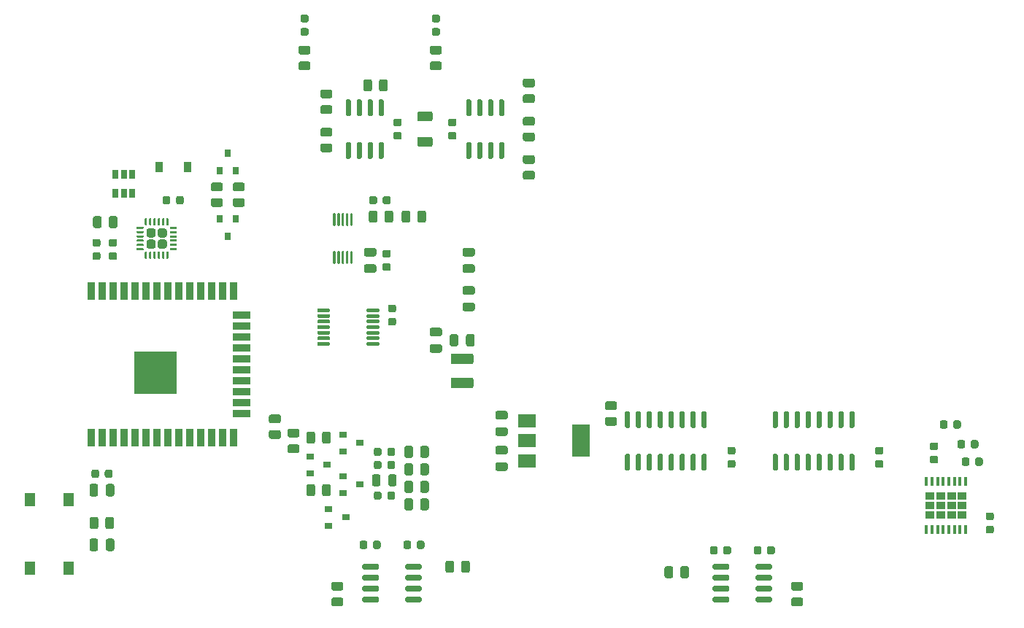
<source format=gbr>
G04 #@! TF.GenerationSoftware,KiCad,Pcbnew,(5.1.8-0-10_14)*
G04 #@! TF.CreationDate,2021-01-15T12:07:55-08:00*
G04 #@! TF.ProjectId,esp32_sync,65737033-325f-4737-996e-632e6b696361,rev?*
G04 #@! TF.SameCoordinates,Original*
G04 #@! TF.FileFunction,Paste,Top*
G04 #@! TF.FilePolarity,Positive*
%FSLAX46Y46*%
G04 Gerber Fmt 4.6, Leading zero omitted, Abs format (unit mm)*
G04 Created by KiCad (PCBNEW (5.1.8-0-10_14)) date 2021-01-15 12:07:55*
%MOMM*%
%LPD*%
G01*
G04 APERTURE LIST*
%ADD10R,0.900000X0.800000*%
%ADD11R,2.000000X1.500000*%
%ADD12R,2.000000X3.800000*%
%ADD13R,0.900000X2.000000*%
%ADD14R,2.000000X0.900000*%
%ADD15R,5.000000X5.000000*%
%ADD16R,0.800000X0.900000*%
%ADD17R,0.650000X1.060000*%
%ADD18R,0.900000X1.200000*%
%ADD19R,1.050000X0.880000*%
%ADD20R,0.450000X1.050000*%
%ADD21R,1.300000X1.550000*%
G04 APERTURE END LIST*
G36*
G01*
X103725000Y-114482000D02*
X103725000Y-114282000D01*
G75*
G02*
X103825000Y-114182000I100000J0D01*
G01*
X105100000Y-114182000D01*
G75*
G02*
X105200000Y-114282000I0J-100000D01*
G01*
X105200000Y-114482000D01*
G75*
G02*
X105100000Y-114582000I-100000J0D01*
G01*
X103825000Y-114582000D01*
G75*
G02*
X103725000Y-114482000I0J100000D01*
G01*
G37*
G36*
G01*
X103725000Y-115132000D02*
X103725000Y-114932000D01*
G75*
G02*
X103825000Y-114832000I100000J0D01*
G01*
X105100000Y-114832000D01*
G75*
G02*
X105200000Y-114932000I0J-100000D01*
G01*
X105200000Y-115132000D01*
G75*
G02*
X105100000Y-115232000I-100000J0D01*
G01*
X103825000Y-115232000D01*
G75*
G02*
X103725000Y-115132000I0J100000D01*
G01*
G37*
G36*
G01*
X103725000Y-115782000D02*
X103725000Y-115582000D01*
G75*
G02*
X103825000Y-115482000I100000J0D01*
G01*
X105100000Y-115482000D01*
G75*
G02*
X105200000Y-115582000I0J-100000D01*
G01*
X105200000Y-115782000D01*
G75*
G02*
X105100000Y-115882000I-100000J0D01*
G01*
X103825000Y-115882000D01*
G75*
G02*
X103725000Y-115782000I0J100000D01*
G01*
G37*
G36*
G01*
X103725000Y-116432000D02*
X103725000Y-116232000D01*
G75*
G02*
X103825000Y-116132000I100000J0D01*
G01*
X105100000Y-116132000D01*
G75*
G02*
X105200000Y-116232000I0J-100000D01*
G01*
X105200000Y-116432000D01*
G75*
G02*
X105100000Y-116532000I-100000J0D01*
G01*
X103825000Y-116532000D01*
G75*
G02*
X103725000Y-116432000I0J100000D01*
G01*
G37*
G36*
G01*
X103725000Y-117082000D02*
X103725000Y-116882000D01*
G75*
G02*
X103825000Y-116782000I100000J0D01*
G01*
X105100000Y-116782000D01*
G75*
G02*
X105200000Y-116882000I0J-100000D01*
G01*
X105200000Y-117082000D01*
G75*
G02*
X105100000Y-117182000I-100000J0D01*
G01*
X103825000Y-117182000D01*
G75*
G02*
X103725000Y-117082000I0J100000D01*
G01*
G37*
G36*
G01*
X103725000Y-117732000D02*
X103725000Y-117532000D01*
G75*
G02*
X103825000Y-117432000I100000J0D01*
G01*
X105100000Y-117432000D01*
G75*
G02*
X105200000Y-117532000I0J-100000D01*
G01*
X105200000Y-117732000D01*
G75*
G02*
X105100000Y-117832000I-100000J0D01*
G01*
X103825000Y-117832000D01*
G75*
G02*
X103725000Y-117732000I0J100000D01*
G01*
G37*
G36*
G01*
X103725000Y-118382000D02*
X103725000Y-118182000D01*
G75*
G02*
X103825000Y-118082000I100000J0D01*
G01*
X105100000Y-118082000D01*
G75*
G02*
X105200000Y-118182000I0J-100000D01*
G01*
X105200000Y-118382000D01*
G75*
G02*
X105100000Y-118482000I-100000J0D01*
G01*
X103825000Y-118482000D01*
G75*
G02*
X103725000Y-118382000I0J100000D01*
G01*
G37*
G36*
G01*
X98000000Y-118382000D02*
X98000000Y-118182000D01*
G75*
G02*
X98100000Y-118082000I100000J0D01*
G01*
X99375000Y-118082000D01*
G75*
G02*
X99475000Y-118182000I0J-100000D01*
G01*
X99475000Y-118382000D01*
G75*
G02*
X99375000Y-118482000I-100000J0D01*
G01*
X98100000Y-118482000D01*
G75*
G02*
X98000000Y-118382000I0J100000D01*
G01*
G37*
G36*
G01*
X98000000Y-117732000D02*
X98000000Y-117532000D01*
G75*
G02*
X98100000Y-117432000I100000J0D01*
G01*
X99375000Y-117432000D01*
G75*
G02*
X99475000Y-117532000I0J-100000D01*
G01*
X99475000Y-117732000D01*
G75*
G02*
X99375000Y-117832000I-100000J0D01*
G01*
X98100000Y-117832000D01*
G75*
G02*
X98000000Y-117732000I0J100000D01*
G01*
G37*
G36*
G01*
X98000000Y-117082000D02*
X98000000Y-116882000D01*
G75*
G02*
X98100000Y-116782000I100000J0D01*
G01*
X99375000Y-116782000D01*
G75*
G02*
X99475000Y-116882000I0J-100000D01*
G01*
X99475000Y-117082000D01*
G75*
G02*
X99375000Y-117182000I-100000J0D01*
G01*
X98100000Y-117182000D01*
G75*
G02*
X98000000Y-117082000I0J100000D01*
G01*
G37*
G36*
G01*
X98000000Y-116432000D02*
X98000000Y-116232000D01*
G75*
G02*
X98100000Y-116132000I100000J0D01*
G01*
X99375000Y-116132000D01*
G75*
G02*
X99475000Y-116232000I0J-100000D01*
G01*
X99475000Y-116432000D01*
G75*
G02*
X99375000Y-116532000I-100000J0D01*
G01*
X98100000Y-116532000D01*
G75*
G02*
X98000000Y-116432000I0J100000D01*
G01*
G37*
G36*
G01*
X98000000Y-115782000D02*
X98000000Y-115582000D01*
G75*
G02*
X98100000Y-115482000I100000J0D01*
G01*
X99375000Y-115482000D01*
G75*
G02*
X99475000Y-115582000I0J-100000D01*
G01*
X99475000Y-115782000D01*
G75*
G02*
X99375000Y-115882000I-100000J0D01*
G01*
X98100000Y-115882000D01*
G75*
G02*
X98000000Y-115782000I0J100000D01*
G01*
G37*
G36*
G01*
X98000000Y-115132000D02*
X98000000Y-114932000D01*
G75*
G02*
X98100000Y-114832000I100000J0D01*
G01*
X99375000Y-114832000D01*
G75*
G02*
X99475000Y-114932000I0J-100000D01*
G01*
X99475000Y-115132000D01*
G75*
G02*
X99375000Y-115232000I-100000J0D01*
G01*
X98100000Y-115232000D01*
G75*
G02*
X98000000Y-115132000I0J100000D01*
G01*
G37*
G36*
G01*
X98000000Y-114482000D02*
X98000000Y-114282000D01*
G75*
G02*
X98100000Y-114182000I100000J0D01*
G01*
X99375000Y-114182000D01*
G75*
G02*
X99475000Y-114282000I0J-100000D01*
G01*
X99475000Y-114482000D01*
G75*
G02*
X99375000Y-114582000I-100000J0D01*
G01*
X98100000Y-114582000D01*
G75*
G02*
X98000000Y-114482000I0J100000D01*
G01*
G37*
G36*
G01*
X104615000Y-108135000D02*
X103665000Y-108135000D01*
G75*
G02*
X103415000Y-107885000I0J250000D01*
G01*
X103415000Y-107385000D01*
G75*
G02*
X103665000Y-107135000I250000J0D01*
G01*
X104615000Y-107135000D01*
G75*
G02*
X104865000Y-107385000I0J-250000D01*
G01*
X104865000Y-107885000D01*
G75*
G02*
X104615000Y-108135000I-250000J0D01*
G01*
G37*
G36*
G01*
X104615000Y-110035000D02*
X103665000Y-110035000D01*
G75*
G02*
X103415000Y-109785000I0J250000D01*
G01*
X103415000Y-109285000D01*
G75*
G02*
X103665000Y-109035000I250000J0D01*
G01*
X104615000Y-109035000D01*
G75*
G02*
X104865000Y-109285000I0J-250000D01*
G01*
X104865000Y-109785000D01*
G75*
G02*
X104615000Y-110035000I-250000J0D01*
G01*
G37*
G36*
G01*
X106295000Y-108260000D02*
X105795000Y-108260000D01*
G75*
G02*
X105570000Y-108035000I0J225000D01*
G01*
X105570000Y-107585000D01*
G75*
G02*
X105795000Y-107360000I225000J0D01*
G01*
X106295000Y-107360000D01*
G75*
G02*
X106520000Y-107585000I0J-225000D01*
G01*
X106520000Y-108035000D01*
G75*
G02*
X106295000Y-108260000I-225000J0D01*
G01*
G37*
G36*
G01*
X106295000Y-109810000D02*
X105795000Y-109810000D01*
G75*
G02*
X105570000Y-109585000I0J225000D01*
G01*
X105570000Y-109135000D01*
G75*
G02*
X105795000Y-108910000I225000J0D01*
G01*
X106295000Y-108910000D01*
G75*
G02*
X106520000Y-109135000I0J-225000D01*
G01*
X106520000Y-109585000D01*
G75*
G02*
X106295000Y-109810000I-225000J0D01*
G01*
G37*
G36*
G01*
X111510000Y-81605000D02*
X112010000Y-81605000D01*
G75*
G02*
X112235000Y-81830000I0J-225000D01*
G01*
X112235000Y-82280000D01*
G75*
G02*
X112010000Y-82505000I-225000J0D01*
G01*
X111510000Y-82505000D01*
G75*
G02*
X111285000Y-82280000I0J225000D01*
G01*
X111285000Y-81830000D01*
G75*
G02*
X111510000Y-81605000I225000J0D01*
G01*
G37*
G36*
G01*
X111510000Y-80055000D02*
X112010000Y-80055000D01*
G75*
G02*
X112235000Y-80280000I0J-225000D01*
G01*
X112235000Y-80730000D01*
G75*
G02*
X112010000Y-80955000I-225000J0D01*
G01*
X111510000Y-80955000D01*
G75*
G02*
X111285000Y-80730000I0J225000D01*
G01*
X111285000Y-80280000D01*
G75*
G02*
X111510000Y-80055000I225000J0D01*
G01*
G37*
G36*
G01*
X96270000Y-81605000D02*
X96770000Y-81605000D01*
G75*
G02*
X96995000Y-81830000I0J-225000D01*
G01*
X96995000Y-82280000D01*
G75*
G02*
X96770000Y-82505000I-225000J0D01*
G01*
X96270000Y-82505000D01*
G75*
G02*
X96045000Y-82280000I0J225000D01*
G01*
X96045000Y-81830000D01*
G75*
G02*
X96270000Y-81605000I225000J0D01*
G01*
G37*
G36*
G01*
X96270000Y-80055000D02*
X96770000Y-80055000D01*
G75*
G02*
X96995000Y-80280000I0J-225000D01*
G01*
X96995000Y-80730000D01*
G75*
G02*
X96770000Y-80955000I-225000J0D01*
G01*
X96270000Y-80955000D01*
G75*
G02*
X96045000Y-80730000I0J225000D01*
G01*
X96045000Y-80280000D01*
G75*
G02*
X96270000Y-80055000I225000J0D01*
G01*
G37*
G36*
G01*
X106241000Y-134568250D02*
X106241000Y-133655750D01*
G75*
G02*
X106484750Y-133412000I243750J0D01*
G01*
X106972250Y-133412000D01*
G75*
G02*
X107216000Y-133655750I0J-243750D01*
G01*
X107216000Y-134568250D01*
G75*
G02*
X106972250Y-134812000I-243750J0D01*
G01*
X106484750Y-134812000D01*
G75*
G02*
X106241000Y-134568250I0J243750D01*
G01*
G37*
G36*
G01*
X104366000Y-134568250D02*
X104366000Y-133655750D01*
G75*
G02*
X104609750Y-133412000I243750J0D01*
G01*
X105097250Y-133412000D01*
G75*
G02*
X105341000Y-133655750I0J-243750D01*
G01*
X105341000Y-134568250D01*
G75*
G02*
X105097250Y-134812000I-243750J0D01*
G01*
X104609750Y-134812000D01*
G75*
G02*
X104366000Y-134568250I0J243750D01*
G01*
G37*
G36*
G01*
X109937500Y-135324002D02*
X109937500Y-134423998D01*
G75*
G02*
X110187498Y-134174000I249998J0D01*
G01*
X110712502Y-134174000D01*
G75*
G02*
X110962500Y-134423998I0J-249998D01*
G01*
X110962500Y-135324002D01*
G75*
G02*
X110712502Y-135574000I-249998J0D01*
G01*
X110187498Y-135574000D01*
G75*
G02*
X109937500Y-135324002I0J249998D01*
G01*
G37*
G36*
G01*
X108112500Y-135324002D02*
X108112500Y-134423998D01*
G75*
G02*
X108362498Y-134174000I249998J0D01*
G01*
X108887502Y-134174000D01*
G75*
G02*
X109137500Y-134423998I0J-249998D01*
G01*
X109137500Y-135324002D01*
G75*
G02*
X108887502Y-135574000I-249998J0D01*
G01*
X108362498Y-135574000D01*
G75*
G02*
X108112500Y-135324002I0J249998D01*
G01*
G37*
G36*
G01*
X106141000Y-136146250D02*
X106141000Y-135633750D01*
G75*
G02*
X106359750Y-135415000I218750J0D01*
G01*
X106797250Y-135415000D01*
G75*
G02*
X107016000Y-135633750I0J-218750D01*
G01*
X107016000Y-136146250D01*
G75*
G02*
X106797250Y-136365000I-218750J0D01*
G01*
X106359750Y-136365000D01*
G75*
G02*
X106141000Y-136146250I0J218750D01*
G01*
G37*
G36*
G01*
X104566000Y-136146250D02*
X104566000Y-135633750D01*
G75*
G02*
X104784750Y-135415000I218750J0D01*
G01*
X105222250Y-135415000D01*
G75*
G02*
X105441000Y-135633750I0J-218750D01*
G01*
X105441000Y-136146250D01*
G75*
G02*
X105222250Y-136365000I-218750J0D01*
G01*
X104784750Y-136365000D01*
G75*
G02*
X104566000Y-136146250I0J218750D01*
G01*
G37*
D10*
X101330000Y-138430000D03*
X99330000Y-139380000D03*
X99330000Y-137480000D03*
G36*
G01*
X109937500Y-137356001D02*
X109937500Y-136455999D01*
G75*
G02*
X110187499Y-136206000I249999J0D01*
G01*
X110712501Y-136206000D01*
G75*
G02*
X110962500Y-136455999I0J-249999D01*
G01*
X110962500Y-137356001D01*
G75*
G02*
X110712501Y-137606000I-249999J0D01*
G01*
X110187499Y-137606000D01*
G75*
G02*
X109937500Y-137356001I0J249999D01*
G01*
G37*
G36*
G01*
X108112500Y-137356001D02*
X108112500Y-136455999D01*
G75*
G02*
X108362499Y-136206000I249999J0D01*
G01*
X108887501Y-136206000D01*
G75*
G02*
X109137500Y-136455999I0J-249999D01*
G01*
X109137500Y-137356001D01*
G75*
G02*
X108887501Y-137606000I-249999J0D01*
G01*
X108362499Y-137606000D01*
G75*
G02*
X108112500Y-137356001I0J249999D01*
G01*
G37*
G36*
G01*
X93541001Y-127489000D02*
X92640999Y-127489000D01*
G75*
G02*
X92391000Y-127239001I0J249999D01*
G01*
X92391000Y-126713999D01*
G75*
G02*
X92640999Y-126464000I249999J0D01*
G01*
X93541001Y-126464000D01*
G75*
G02*
X93791000Y-126713999I0J-249999D01*
G01*
X93791000Y-127239001D01*
G75*
G02*
X93541001Y-127489000I-249999J0D01*
G01*
G37*
G36*
G01*
X93541001Y-129314000D02*
X92640999Y-129314000D01*
G75*
G02*
X92391000Y-129064001I0J249999D01*
G01*
X92391000Y-128538999D01*
G75*
G02*
X92640999Y-128289000I249999J0D01*
G01*
X93541001Y-128289000D01*
G75*
G02*
X93791000Y-128538999I0J-249999D01*
G01*
X93791000Y-129064001D01*
G75*
G02*
X93541001Y-129314000I-249999J0D01*
G01*
G37*
G36*
G01*
X132530002Y-125965000D02*
X131629998Y-125965000D01*
G75*
G02*
X131380000Y-125715002I0J249998D01*
G01*
X131380000Y-125189998D01*
G75*
G02*
X131629998Y-124940000I249998J0D01*
G01*
X132530002Y-124940000D01*
G75*
G02*
X132780000Y-125189998I0J-249998D01*
G01*
X132780000Y-125715002D01*
G75*
G02*
X132530002Y-125965000I-249998J0D01*
G01*
G37*
G36*
G01*
X132530002Y-127790000D02*
X131629998Y-127790000D01*
G75*
G02*
X131380000Y-127540002I0J249998D01*
G01*
X131380000Y-127014998D01*
G75*
G02*
X131629998Y-126765000I249998J0D01*
G01*
X132530002Y-126765000D01*
G75*
G02*
X132780000Y-127014998I0J-249998D01*
G01*
X132780000Y-127540002D01*
G75*
G02*
X132530002Y-127790000I-249998J0D01*
G01*
G37*
D11*
X122326000Y-127240000D03*
X122326000Y-131840000D03*
X122326000Y-129540000D03*
D12*
X128626000Y-129540000D03*
G36*
G01*
X73425000Y-139515002D02*
X73425000Y-138614998D01*
G75*
G02*
X73674998Y-138365000I249998J0D01*
G01*
X74200002Y-138365000D01*
G75*
G02*
X74450000Y-138614998I0J-249998D01*
G01*
X74450000Y-139515002D01*
G75*
G02*
X74200002Y-139765000I-249998J0D01*
G01*
X73674998Y-139765000D01*
G75*
G02*
X73425000Y-139515002I0J249998D01*
G01*
G37*
G36*
G01*
X71600000Y-139515002D02*
X71600000Y-138614998D01*
G75*
G02*
X71849998Y-138365000I249998J0D01*
G01*
X72375002Y-138365000D01*
G75*
G02*
X72625000Y-138614998I0J-249998D01*
G01*
X72625000Y-139515002D01*
G75*
G02*
X72375002Y-139765000I-249998J0D01*
G01*
X71849998Y-139765000D01*
G75*
G02*
X71600000Y-139515002I0J249998D01*
G01*
G37*
G36*
G01*
X115883000Y-120637000D02*
X113733000Y-120637000D01*
G75*
G02*
X113483000Y-120387000I0J250000D01*
G01*
X113483000Y-119637000D01*
G75*
G02*
X113733000Y-119387000I250000J0D01*
G01*
X115883000Y-119387000D01*
G75*
G02*
X116133000Y-119637000I0J-250000D01*
G01*
X116133000Y-120387000D01*
G75*
G02*
X115883000Y-120637000I-250000J0D01*
G01*
G37*
G36*
G01*
X115883000Y-123437000D02*
X113733000Y-123437000D01*
G75*
G02*
X113483000Y-123187000I0J250000D01*
G01*
X113483000Y-122437000D01*
G75*
G02*
X113733000Y-122187000I250000J0D01*
G01*
X115883000Y-122187000D01*
G75*
G02*
X116133000Y-122437000I0J-250000D01*
G01*
X116133000Y-123187000D01*
G75*
G02*
X115883000Y-123437000I-250000J0D01*
G01*
G37*
G36*
G01*
X112235000Y-117406000D02*
X111285000Y-117406000D01*
G75*
G02*
X111035000Y-117156000I0J250000D01*
G01*
X111035000Y-116656000D01*
G75*
G02*
X111285000Y-116406000I250000J0D01*
G01*
X112235000Y-116406000D01*
G75*
G02*
X112485000Y-116656000I0J-250000D01*
G01*
X112485000Y-117156000D01*
G75*
G02*
X112235000Y-117406000I-250000J0D01*
G01*
G37*
G36*
G01*
X112235000Y-119306000D02*
X111285000Y-119306000D01*
G75*
G02*
X111035000Y-119056000I0J250000D01*
G01*
X111035000Y-118556000D01*
G75*
G02*
X111285000Y-118306000I250000J0D01*
G01*
X112235000Y-118306000D01*
G75*
G02*
X112485000Y-118556000I0J-250000D01*
G01*
X112485000Y-119056000D01*
G75*
G02*
X112235000Y-119306000I-250000J0D01*
G01*
G37*
G36*
G01*
X115258000Y-118331000D02*
X115258000Y-117381000D01*
G75*
G02*
X115508000Y-117131000I250000J0D01*
G01*
X116008000Y-117131000D01*
G75*
G02*
X116258000Y-117381000I0J-250000D01*
G01*
X116258000Y-118331000D01*
G75*
G02*
X116008000Y-118581000I-250000J0D01*
G01*
X115508000Y-118581000D01*
G75*
G02*
X115258000Y-118331000I0J250000D01*
G01*
G37*
G36*
G01*
X113358000Y-118331000D02*
X113358000Y-117381000D01*
G75*
G02*
X113608000Y-117131000I250000J0D01*
G01*
X114108000Y-117131000D01*
G75*
G02*
X114358000Y-117381000I0J-250000D01*
G01*
X114358000Y-118331000D01*
G75*
G02*
X114108000Y-118581000I-250000J0D01*
G01*
X113608000Y-118581000D01*
G75*
G02*
X113358000Y-118331000I0J250000D01*
G01*
G37*
G36*
G01*
X113915000Y-93020000D02*
X113415000Y-93020000D01*
G75*
G02*
X113190000Y-92795000I0J225000D01*
G01*
X113190000Y-92345000D01*
G75*
G02*
X113415000Y-92120000I225000J0D01*
G01*
X113915000Y-92120000D01*
G75*
G02*
X114140000Y-92345000I0J-225000D01*
G01*
X114140000Y-92795000D01*
G75*
G02*
X113915000Y-93020000I-225000J0D01*
G01*
G37*
G36*
G01*
X113915000Y-94570000D02*
X113415000Y-94570000D01*
G75*
G02*
X113190000Y-94345000I0J225000D01*
G01*
X113190000Y-93895000D01*
G75*
G02*
X113415000Y-93670000I225000J0D01*
G01*
X113915000Y-93670000D01*
G75*
G02*
X114140000Y-93895000I0J-225000D01*
G01*
X114140000Y-94345000D01*
G75*
G02*
X113915000Y-94570000I-225000J0D01*
G01*
G37*
G36*
G01*
X111140001Y-92445000D02*
X109839999Y-92445000D01*
G75*
G02*
X109590000Y-92195001I0J249999D01*
G01*
X109590000Y-91544999D01*
G75*
G02*
X109839999Y-91295000I249999J0D01*
G01*
X111140001Y-91295000D01*
G75*
G02*
X111390000Y-91544999I0J-249999D01*
G01*
X111390000Y-92195001D01*
G75*
G02*
X111140001Y-92445000I-249999J0D01*
G01*
G37*
G36*
G01*
X111140001Y-95395000D02*
X109839999Y-95395000D01*
G75*
G02*
X109590000Y-95145001I0J249999D01*
G01*
X109590000Y-94494999D01*
G75*
G02*
X109839999Y-94245000I249999J0D01*
G01*
X111140001Y-94245000D01*
G75*
G02*
X111390000Y-94494999I0J-249999D01*
G01*
X111390000Y-95145001D01*
G75*
G02*
X111140001Y-95395000I-249999J0D01*
G01*
G37*
G36*
G01*
X107565000Y-93020000D02*
X107065000Y-93020000D01*
G75*
G02*
X106840000Y-92795000I0J225000D01*
G01*
X106840000Y-92345000D01*
G75*
G02*
X107065000Y-92120000I225000J0D01*
G01*
X107565000Y-92120000D01*
G75*
G02*
X107790000Y-92345000I0J-225000D01*
G01*
X107790000Y-92795000D01*
G75*
G02*
X107565000Y-93020000I-225000J0D01*
G01*
G37*
G36*
G01*
X107565000Y-94570000D02*
X107065000Y-94570000D01*
G75*
G02*
X106840000Y-94345000I0J225000D01*
G01*
X106840000Y-93895000D01*
G75*
G02*
X107065000Y-93670000I225000J0D01*
G01*
X107565000Y-93670000D01*
G75*
G02*
X107790000Y-93895000I0J-225000D01*
G01*
X107790000Y-94345000D01*
G75*
G02*
X107565000Y-94570000I-225000J0D01*
G01*
G37*
D13*
X71755000Y-112150000D03*
X73025000Y-112150000D03*
X74295000Y-112150000D03*
X75565000Y-112150000D03*
X76835000Y-112150000D03*
X78105000Y-112150000D03*
X79375000Y-112150000D03*
X80645000Y-112150000D03*
X81915000Y-112150000D03*
X83185000Y-112150000D03*
X84455000Y-112150000D03*
X85725000Y-112150000D03*
X86995000Y-112150000D03*
X88265000Y-112150000D03*
D14*
X89265000Y-114935000D03*
X89265000Y-116205000D03*
X89265000Y-117475000D03*
X89265000Y-118745000D03*
X89265000Y-120015000D03*
X89265000Y-121285000D03*
X89265000Y-122555000D03*
X89265000Y-123825000D03*
X89265000Y-125095000D03*
X89265000Y-126365000D03*
D13*
X88265000Y-129150000D03*
X86995000Y-129150000D03*
X85725000Y-129150000D03*
X84455000Y-129150000D03*
X83185000Y-129150000D03*
X81915000Y-129150000D03*
X80645000Y-129150000D03*
X79375000Y-129150000D03*
X78105000Y-129150000D03*
X76835000Y-129150000D03*
X75565000Y-129150000D03*
X74295000Y-129150000D03*
X73025000Y-129150000D03*
X71755000Y-129150000D03*
D15*
X79255000Y-121650000D03*
D16*
X87630000Y-96155000D03*
X88580000Y-98155000D03*
X86680000Y-98155000D03*
G36*
G01*
X97771000Y-134804998D02*
X97771000Y-135705002D01*
G75*
G02*
X97521002Y-135955000I-249998J0D01*
G01*
X96995998Y-135955000D01*
G75*
G02*
X96746000Y-135705002I0J249998D01*
G01*
X96746000Y-134804998D01*
G75*
G02*
X96995998Y-134555000I249998J0D01*
G01*
X97521002Y-134555000D01*
G75*
G02*
X97771000Y-134804998I0J-249998D01*
G01*
G37*
G36*
G01*
X99596000Y-134804998D02*
X99596000Y-135705002D01*
G75*
G02*
X99346002Y-135955000I-249998J0D01*
G01*
X98820998Y-135955000D01*
G75*
G02*
X98571000Y-135705002I0J249998D01*
G01*
X98571000Y-134804998D01*
G75*
G02*
X98820998Y-134555000I249998J0D01*
G01*
X99346002Y-134555000D01*
G75*
G02*
X99596000Y-134804998I0J-249998D01*
G01*
G37*
G36*
G01*
X95700002Y-129140000D02*
X94799998Y-129140000D01*
G75*
G02*
X94550000Y-128890002I0J249998D01*
G01*
X94550000Y-128364998D01*
G75*
G02*
X94799998Y-128115000I249998J0D01*
G01*
X95700002Y-128115000D01*
G75*
G02*
X95950000Y-128364998I0J-249998D01*
G01*
X95950000Y-128890002D01*
G75*
G02*
X95700002Y-129140000I-249998J0D01*
G01*
G37*
G36*
G01*
X95700002Y-130965000D02*
X94799998Y-130965000D01*
G75*
G02*
X94550000Y-130715002I0J249998D01*
G01*
X94550000Y-130189998D01*
G75*
G02*
X94799998Y-129940000I249998J0D01*
G01*
X95700002Y-129940000D01*
G75*
G02*
X95950000Y-130189998I0J-249998D01*
G01*
X95950000Y-130715002D01*
G75*
G02*
X95700002Y-130965000I-249998J0D01*
G01*
G37*
G36*
G01*
X109937500Y-133292002D02*
X109937500Y-132391998D01*
G75*
G02*
X110187498Y-132142000I249998J0D01*
G01*
X110712502Y-132142000D01*
G75*
G02*
X110962500Y-132391998I0J-249998D01*
G01*
X110962500Y-133292002D01*
G75*
G02*
X110712502Y-133542000I-249998J0D01*
G01*
X110187498Y-133542000D01*
G75*
G02*
X109937500Y-133292002I0J249998D01*
G01*
G37*
G36*
G01*
X108112500Y-133292002D02*
X108112500Y-132391998D01*
G75*
G02*
X108362498Y-132142000I249998J0D01*
G01*
X108887502Y-132142000D01*
G75*
G02*
X109137500Y-132391998I0J-249998D01*
G01*
X109137500Y-133292002D01*
G75*
G02*
X108887502Y-133542000I-249998J0D01*
G01*
X108362498Y-133542000D01*
G75*
G02*
X108112500Y-133292002I0J249998D01*
G01*
G37*
G36*
G01*
X97771000Y-128708998D02*
X97771000Y-129609002D01*
G75*
G02*
X97521002Y-129859000I-249998J0D01*
G01*
X96995998Y-129859000D01*
G75*
G02*
X96746000Y-129609002I0J249998D01*
G01*
X96746000Y-128708998D01*
G75*
G02*
X96995998Y-128459000I249998J0D01*
G01*
X97521002Y-128459000D01*
G75*
G02*
X97771000Y-128708998I0J-249998D01*
G01*
G37*
G36*
G01*
X99596000Y-128708998D02*
X99596000Y-129609002D01*
G75*
G02*
X99346002Y-129859000I-249998J0D01*
G01*
X98820998Y-129859000D01*
G75*
G02*
X98571000Y-129609002I0J249998D01*
G01*
X98571000Y-128708998D01*
G75*
G02*
X98820998Y-128459000I249998J0D01*
G01*
X99346002Y-128459000D01*
G75*
G02*
X99596000Y-128708998I0J-249998D01*
G01*
G37*
G36*
G01*
X109937500Y-131260002D02*
X109937500Y-130359998D01*
G75*
G02*
X110187498Y-130110000I249998J0D01*
G01*
X110712502Y-130110000D01*
G75*
G02*
X110962500Y-130359998I0J-249998D01*
G01*
X110962500Y-131260002D01*
G75*
G02*
X110712502Y-131510000I-249998J0D01*
G01*
X110187498Y-131510000D01*
G75*
G02*
X109937500Y-131260002I0J249998D01*
G01*
G37*
G36*
G01*
X108112500Y-131260002D02*
X108112500Y-130359998D01*
G75*
G02*
X108362498Y-130110000I249998J0D01*
G01*
X108887502Y-130110000D01*
G75*
G02*
X109137500Y-130359998I0J-249998D01*
G01*
X109137500Y-131260002D01*
G75*
G02*
X108887502Y-131510000I-249998J0D01*
G01*
X108362498Y-131510000D01*
G75*
G02*
X108112500Y-131260002I0J249998D01*
G01*
G37*
D10*
X102981000Y-134620000D03*
X100981000Y-135570000D03*
X100981000Y-133670000D03*
X99171000Y-132334000D03*
X97171000Y-133284000D03*
X97171000Y-131384000D03*
X102981000Y-129794000D03*
X100981000Y-130744000D03*
X100981000Y-128844000D03*
G36*
G01*
X106141000Y-132590250D02*
X106141000Y-132077750D01*
G75*
G02*
X106359750Y-131859000I218750J0D01*
G01*
X106797250Y-131859000D01*
G75*
G02*
X107016000Y-132077750I0J-218750D01*
G01*
X107016000Y-132590250D01*
G75*
G02*
X106797250Y-132809000I-218750J0D01*
G01*
X106359750Y-132809000D01*
G75*
G02*
X106141000Y-132590250I0J218750D01*
G01*
G37*
G36*
G01*
X104566000Y-132590250D02*
X104566000Y-132077750D01*
G75*
G02*
X104784750Y-131859000I218750J0D01*
G01*
X105222250Y-131859000D01*
G75*
G02*
X105441000Y-132077750I0J-218750D01*
G01*
X105441000Y-132590250D01*
G75*
G02*
X105222250Y-132809000I-218750J0D01*
G01*
X104784750Y-132809000D01*
G75*
G02*
X104566000Y-132590250I0J218750D01*
G01*
G37*
G36*
G01*
X106141000Y-131066250D02*
X106141000Y-130553750D01*
G75*
G02*
X106359750Y-130335000I218750J0D01*
G01*
X106797250Y-130335000D01*
G75*
G02*
X107016000Y-130553750I0J-218750D01*
G01*
X107016000Y-131066250D01*
G75*
G02*
X106797250Y-131285000I-218750J0D01*
G01*
X106359750Y-131285000D01*
G75*
G02*
X106141000Y-131066250I0J218750D01*
G01*
G37*
G36*
G01*
X104566000Y-131066250D02*
X104566000Y-130553750D01*
G75*
G02*
X104784750Y-130335000I218750J0D01*
G01*
X105222250Y-130335000D01*
G75*
G02*
X105441000Y-130553750I0J-218750D01*
G01*
X105441000Y-131066250D01*
G75*
G02*
X105222250Y-131285000I-218750J0D01*
G01*
X104784750Y-131285000D01*
G75*
G02*
X104566000Y-131066250I0J218750D01*
G01*
G37*
G36*
G01*
X142725000Y-131040000D02*
X143025000Y-131040000D01*
G75*
G02*
X143175000Y-131190000I0J-150000D01*
G01*
X143175000Y-132840000D01*
G75*
G02*
X143025000Y-132990000I-150000J0D01*
G01*
X142725000Y-132990000D01*
G75*
G02*
X142575000Y-132840000I0J150000D01*
G01*
X142575000Y-131190000D01*
G75*
G02*
X142725000Y-131040000I150000J0D01*
G01*
G37*
G36*
G01*
X141455000Y-131040000D02*
X141755000Y-131040000D01*
G75*
G02*
X141905000Y-131190000I0J-150000D01*
G01*
X141905000Y-132840000D01*
G75*
G02*
X141755000Y-132990000I-150000J0D01*
G01*
X141455000Y-132990000D01*
G75*
G02*
X141305000Y-132840000I0J150000D01*
G01*
X141305000Y-131190000D01*
G75*
G02*
X141455000Y-131040000I150000J0D01*
G01*
G37*
G36*
G01*
X140185000Y-131040000D02*
X140485000Y-131040000D01*
G75*
G02*
X140635000Y-131190000I0J-150000D01*
G01*
X140635000Y-132840000D01*
G75*
G02*
X140485000Y-132990000I-150000J0D01*
G01*
X140185000Y-132990000D01*
G75*
G02*
X140035000Y-132840000I0J150000D01*
G01*
X140035000Y-131190000D01*
G75*
G02*
X140185000Y-131040000I150000J0D01*
G01*
G37*
G36*
G01*
X138915000Y-131040000D02*
X139215000Y-131040000D01*
G75*
G02*
X139365000Y-131190000I0J-150000D01*
G01*
X139365000Y-132840000D01*
G75*
G02*
X139215000Y-132990000I-150000J0D01*
G01*
X138915000Y-132990000D01*
G75*
G02*
X138765000Y-132840000I0J150000D01*
G01*
X138765000Y-131190000D01*
G75*
G02*
X138915000Y-131040000I150000J0D01*
G01*
G37*
G36*
G01*
X137645000Y-131040000D02*
X137945000Y-131040000D01*
G75*
G02*
X138095000Y-131190000I0J-150000D01*
G01*
X138095000Y-132840000D01*
G75*
G02*
X137945000Y-132990000I-150000J0D01*
G01*
X137645000Y-132990000D01*
G75*
G02*
X137495000Y-132840000I0J150000D01*
G01*
X137495000Y-131190000D01*
G75*
G02*
X137645000Y-131040000I150000J0D01*
G01*
G37*
G36*
G01*
X136375000Y-131040000D02*
X136675000Y-131040000D01*
G75*
G02*
X136825000Y-131190000I0J-150000D01*
G01*
X136825000Y-132840000D01*
G75*
G02*
X136675000Y-132990000I-150000J0D01*
G01*
X136375000Y-132990000D01*
G75*
G02*
X136225000Y-132840000I0J150000D01*
G01*
X136225000Y-131190000D01*
G75*
G02*
X136375000Y-131040000I150000J0D01*
G01*
G37*
G36*
G01*
X135105000Y-131040000D02*
X135405000Y-131040000D01*
G75*
G02*
X135555000Y-131190000I0J-150000D01*
G01*
X135555000Y-132840000D01*
G75*
G02*
X135405000Y-132990000I-150000J0D01*
G01*
X135105000Y-132990000D01*
G75*
G02*
X134955000Y-132840000I0J150000D01*
G01*
X134955000Y-131190000D01*
G75*
G02*
X135105000Y-131040000I150000J0D01*
G01*
G37*
G36*
G01*
X133835000Y-131040000D02*
X134135000Y-131040000D01*
G75*
G02*
X134285000Y-131190000I0J-150000D01*
G01*
X134285000Y-132840000D01*
G75*
G02*
X134135000Y-132990000I-150000J0D01*
G01*
X133835000Y-132990000D01*
G75*
G02*
X133685000Y-132840000I0J150000D01*
G01*
X133685000Y-131190000D01*
G75*
G02*
X133835000Y-131040000I150000J0D01*
G01*
G37*
G36*
G01*
X133835000Y-126090000D02*
X134135000Y-126090000D01*
G75*
G02*
X134285000Y-126240000I0J-150000D01*
G01*
X134285000Y-127890000D01*
G75*
G02*
X134135000Y-128040000I-150000J0D01*
G01*
X133835000Y-128040000D01*
G75*
G02*
X133685000Y-127890000I0J150000D01*
G01*
X133685000Y-126240000D01*
G75*
G02*
X133835000Y-126090000I150000J0D01*
G01*
G37*
G36*
G01*
X135105000Y-126090000D02*
X135405000Y-126090000D01*
G75*
G02*
X135555000Y-126240000I0J-150000D01*
G01*
X135555000Y-127890000D01*
G75*
G02*
X135405000Y-128040000I-150000J0D01*
G01*
X135105000Y-128040000D01*
G75*
G02*
X134955000Y-127890000I0J150000D01*
G01*
X134955000Y-126240000D01*
G75*
G02*
X135105000Y-126090000I150000J0D01*
G01*
G37*
G36*
G01*
X136375000Y-126090000D02*
X136675000Y-126090000D01*
G75*
G02*
X136825000Y-126240000I0J-150000D01*
G01*
X136825000Y-127890000D01*
G75*
G02*
X136675000Y-128040000I-150000J0D01*
G01*
X136375000Y-128040000D01*
G75*
G02*
X136225000Y-127890000I0J150000D01*
G01*
X136225000Y-126240000D01*
G75*
G02*
X136375000Y-126090000I150000J0D01*
G01*
G37*
G36*
G01*
X137645000Y-126090000D02*
X137945000Y-126090000D01*
G75*
G02*
X138095000Y-126240000I0J-150000D01*
G01*
X138095000Y-127890000D01*
G75*
G02*
X137945000Y-128040000I-150000J0D01*
G01*
X137645000Y-128040000D01*
G75*
G02*
X137495000Y-127890000I0J150000D01*
G01*
X137495000Y-126240000D01*
G75*
G02*
X137645000Y-126090000I150000J0D01*
G01*
G37*
G36*
G01*
X138915000Y-126090000D02*
X139215000Y-126090000D01*
G75*
G02*
X139365000Y-126240000I0J-150000D01*
G01*
X139365000Y-127890000D01*
G75*
G02*
X139215000Y-128040000I-150000J0D01*
G01*
X138915000Y-128040000D01*
G75*
G02*
X138765000Y-127890000I0J150000D01*
G01*
X138765000Y-126240000D01*
G75*
G02*
X138915000Y-126090000I150000J0D01*
G01*
G37*
G36*
G01*
X140185000Y-126090000D02*
X140485000Y-126090000D01*
G75*
G02*
X140635000Y-126240000I0J-150000D01*
G01*
X140635000Y-127890000D01*
G75*
G02*
X140485000Y-128040000I-150000J0D01*
G01*
X140185000Y-128040000D01*
G75*
G02*
X140035000Y-127890000I0J150000D01*
G01*
X140035000Y-126240000D01*
G75*
G02*
X140185000Y-126090000I150000J0D01*
G01*
G37*
G36*
G01*
X141455000Y-126090000D02*
X141755000Y-126090000D01*
G75*
G02*
X141905000Y-126240000I0J-150000D01*
G01*
X141905000Y-127890000D01*
G75*
G02*
X141755000Y-128040000I-150000J0D01*
G01*
X141455000Y-128040000D01*
G75*
G02*
X141305000Y-127890000I0J150000D01*
G01*
X141305000Y-126240000D01*
G75*
G02*
X141455000Y-126090000I150000J0D01*
G01*
G37*
G36*
G01*
X142725000Y-126090000D02*
X143025000Y-126090000D01*
G75*
G02*
X143175000Y-126240000I0J-150000D01*
G01*
X143175000Y-127890000D01*
G75*
G02*
X143025000Y-128040000I-150000J0D01*
G01*
X142725000Y-128040000D01*
G75*
G02*
X142575000Y-127890000I0J150000D01*
G01*
X142575000Y-126240000D01*
G75*
G02*
X142725000Y-126090000I150000J0D01*
G01*
G37*
G36*
G01*
X159870000Y-131040000D02*
X160170000Y-131040000D01*
G75*
G02*
X160320000Y-131190000I0J-150000D01*
G01*
X160320000Y-132840000D01*
G75*
G02*
X160170000Y-132990000I-150000J0D01*
G01*
X159870000Y-132990000D01*
G75*
G02*
X159720000Y-132840000I0J150000D01*
G01*
X159720000Y-131190000D01*
G75*
G02*
X159870000Y-131040000I150000J0D01*
G01*
G37*
G36*
G01*
X158600000Y-131040000D02*
X158900000Y-131040000D01*
G75*
G02*
X159050000Y-131190000I0J-150000D01*
G01*
X159050000Y-132840000D01*
G75*
G02*
X158900000Y-132990000I-150000J0D01*
G01*
X158600000Y-132990000D01*
G75*
G02*
X158450000Y-132840000I0J150000D01*
G01*
X158450000Y-131190000D01*
G75*
G02*
X158600000Y-131040000I150000J0D01*
G01*
G37*
G36*
G01*
X157330000Y-131040000D02*
X157630000Y-131040000D01*
G75*
G02*
X157780000Y-131190000I0J-150000D01*
G01*
X157780000Y-132840000D01*
G75*
G02*
X157630000Y-132990000I-150000J0D01*
G01*
X157330000Y-132990000D01*
G75*
G02*
X157180000Y-132840000I0J150000D01*
G01*
X157180000Y-131190000D01*
G75*
G02*
X157330000Y-131040000I150000J0D01*
G01*
G37*
G36*
G01*
X156060000Y-131040000D02*
X156360000Y-131040000D01*
G75*
G02*
X156510000Y-131190000I0J-150000D01*
G01*
X156510000Y-132840000D01*
G75*
G02*
X156360000Y-132990000I-150000J0D01*
G01*
X156060000Y-132990000D01*
G75*
G02*
X155910000Y-132840000I0J150000D01*
G01*
X155910000Y-131190000D01*
G75*
G02*
X156060000Y-131040000I150000J0D01*
G01*
G37*
G36*
G01*
X154790000Y-131040000D02*
X155090000Y-131040000D01*
G75*
G02*
X155240000Y-131190000I0J-150000D01*
G01*
X155240000Y-132840000D01*
G75*
G02*
X155090000Y-132990000I-150000J0D01*
G01*
X154790000Y-132990000D01*
G75*
G02*
X154640000Y-132840000I0J150000D01*
G01*
X154640000Y-131190000D01*
G75*
G02*
X154790000Y-131040000I150000J0D01*
G01*
G37*
G36*
G01*
X153520000Y-131040000D02*
X153820000Y-131040000D01*
G75*
G02*
X153970000Y-131190000I0J-150000D01*
G01*
X153970000Y-132840000D01*
G75*
G02*
X153820000Y-132990000I-150000J0D01*
G01*
X153520000Y-132990000D01*
G75*
G02*
X153370000Y-132840000I0J150000D01*
G01*
X153370000Y-131190000D01*
G75*
G02*
X153520000Y-131040000I150000J0D01*
G01*
G37*
G36*
G01*
X152250000Y-131040000D02*
X152550000Y-131040000D01*
G75*
G02*
X152700000Y-131190000I0J-150000D01*
G01*
X152700000Y-132840000D01*
G75*
G02*
X152550000Y-132990000I-150000J0D01*
G01*
X152250000Y-132990000D01*
G75*
G02*
X152100000Y-132840000I0J150000D01*
G01*
X152100000Y-131190000D01*
G75*
G02*
X152250000Y-131040000I150000J0D01*
G01*
G37*
G36*
G01*
X150980000Y-131040000D02*
X151280000Y-131040000D01*
G75*
G02*
X151430000Y-131190000I0J-150000D01*
G01*
X151430000Y-132840000D01*
G75*
G02*
X151280000Y-132990000I-150000J0D01*
G01*
X150980000Y-132990000D01*
G75*
G02*
X150830000Y-132840000I0J150000D01*
G01*
X150830000Y-131190000D01*
G75*
G02*
X150980000Y-131040000I150000J0D01*
G01*
G37*
G36*
G01*
X150980000Y-126090000D02*
X151280000Y-126090000D01*
G75*
G02*
X151430000Y-126240000I0J-150000D01*
G01*
X151430000Y-127890000D01*
G75*
G02*
X151280000Y-128040000I-150000J0D01*
G01*
X150980000Y-128040000D01*
G75*
G02*
X150830000Y-127890000I0J150000D01*
G01*
X150830000Y-126240000D01*
G75*
G02*
X150980000Y-126090000I150000J0D01*
G01*
G37*
G36*
G01*
X152250000Y-126090000D02*
X152550000Y-126090000D01*
G75*
G02*
X152700000Y-126240000I0J-150000D01*
G01*
X152700000Y-127890000D01*
G75*
G02*
X152550000Y-128040000I-150000J0D01*
G01*
X152250000Y-128040000D01*
G75*
G02*
X152100000Y-127890000I0J150000D01*
G01*
X152100000Y-126240000D01*
G75*
G02*
X152250000Y-126090000I150000J0D01*
G01*
G37*
G36*
G01*
X153520000Y-126090000D02*
X153820000Y-126090000D01*
G75*
G02*
X153970000Y-126240000I0J-150000D01*
G01*
X153970000Y-127890000D01*
G75*
G02*
X153820000Y-128040000I-150000J0D01*
G01*
X153520000Y-128040000D01*
G75*
G02*
X153370000Y-127890000I0J150000D01*
G01*
X153370000Y-126240000D01*
G75*
G02*
X153520000Y-126090000I150000J0D01*
G01*
G37*
G36*
G01*
X154790000Y-126090000D02*
X155090000Y-126090000D01*
G75*
G02*
X155240000Y-126240000I0J-150000D01*
G01*
X155240000Y-127890000D01*
G75*
G02*
X155090000Y-128040000I-150000J0D01*
G01*
X154790000Y-128040000D01*
G75*
G02*
X154640000Y-127890000I0J150000D01*
G01*
X154640000Y-126240000D01*
G75*
G02*
X154790000Y-126090000I150000J0D01*
G01*
G37*
G36*
G01*
X156060000Y-126090000D02*
X156360000Y-126090000D01*
G75*
G02*
X156510000Y-126240000I0J-150000D01*
G01*
X156510000Y-127890000D01*
G75*
G02*
X156360000Y-128040000I-150000J0D01*
G01*
X156060000Y-128040000D01*
G75*
G02*
X155910000Y-127890000I0J150000D01*
G01*
X155910000Y-126240000D01*
G75*
G02*
X156060000Y-126090000I150000J0D01*
G01*
G37*
G36*
G01*
X157330000Y-126090000D02*
X157630000Y-126090000D01*
G75*
G02*
X157780000Y-126240000I0J-150000D01*
G01*
X157780000Y-127890000D01*
G75*
G02*
X157630000Y-128040000I-150000J0D01*
G01*
X157330000Y-128040000D01*
G75*
G02*
X157180000Y-127890000I0J150000D01*
G01*
X157180000Y-126240000D01*
G75*
G02*
X157330000Y-126090000I150000J0D01*
G01*
G37*
G36*
G01*
X158600000Y-126090000D02*
X158900000Y-126090000D01*
G75*
G02*
X159050000Y-126240000I0J-150000D01*
G01*
X159050000Y-127890000D01*
G75*
G02*
X158900000Y-128040000I-150000J0D01*
G01*
X158600000Y-128040000D01*
G75*
G02*
X158450000Y-127890000I0J150000D01*
G01*
X158450000Y-126240000D01*
G75*
G02*
X158600000Y-126090000I150000J0D01*
G01*
G37*
G36*
G01*
X159870000Y-126090000D02*
X160170000Y-126090000D01*
G75*
G02*
X160320000Y-126240000I0J-150000D01*
G01*
X160320000Y-127890000D01*
G75*
G02*
X160170000Y-128040000I-150000J0D01*
G01*
X159870000Y-128040000D01*
G75*
G02*
X159720000Y-127890000I0J150000D01*
G01*
X159720000Y-126240000D01*
G75*
G02*
X159870000Y-126090000I150000J0D01*
G01*
G37*
D17*
X75565000Y-98595000D03*
X74615000Y-98595000D03*
X76515000Y-98595000D03*
X76515000Y-100795000D03*
X75565000Y-100795000D03*
X74615000Y-100795000D03*
G36*
G01*
X85909998Y-101365000D02*
X86810002Y-101365000D01*
G75*
G02*
X87060000Y-101614998I0J-249998D01*
G01*
X87060000Y-102140002D01*
G75*
G02*
X86810002Y-102390000I-249998J0D01*
G01*
X85909998Y-102390000D01*
G75*
G02*
X85660000Y-102140002I0J249998D01*
G01*
X85660000Y-101614998D01*
G75*
G02*
X85909998Y-101365000I249998J0D01*
G01*
G37*
G36*
G01*
X85909998Y-99540000D02*
X86810002Y-99540000D01*
G75*
G02*
X87060000Y-99789998I0J-249998D01*
G01*
X87060000Y-100315002D01*
G75*
G02*
X86810002Y-100565000I-249998J0D01*
G01*
X85909998Y-100565000D01*
G75*
G02*
X85660000Y-100315002I0J249998D01*
G01*
X85660000Y-99789998D01*
G75*
G02*
X85909998Y-99540000I249998J0D01*
G01*
G37*
G36*
G01*
X89350002Y-100565000D02*
X88449998Y-100565000D01*
G75*
G02*
X88200000Y-100315002I0J249998D01*
G01*
X88200000Y-99789998D01*
G75*
G02*
X88449998Y-99540000I249998J0D01*
G01*
X89350002Y-99540000D01*
G75*
G02*
X89600000Y-99789998I0J-249998D01*
G01*
X89600000Y-100315002D01*
G75*
G02*
X89350002Y-100565000I-249998J0D01*
G01*
G37*
G36*
G01*
X89350002Y-102390000D02*
X88449998Y-102390000D01*
G75*
G02*
X88200000Y-102140002I0J249998D01*
G01*
X88200000Y-101614998D01*
G75*
G02*
X88449998Y-101365000I249998J0D01*
G01*
X89350002Y-101365000D01*
G75*
G02*
X89600000Y-101614998I0J-249998D01*
G01*
X89600000Y-102140002D01*
G75*
G02*
X89350002Y-102390000I-249998J0D01*
G01*
G37*
D16*
X87630000Y-105775000D03*
X86680000Y-103775000D03*
X88580000Y-103775000D03*
D18*
X79630000Y-97790000D03*
X82930000Y-97790000D03*
G36*
G01*
X74045000Y-107640000D02*
X74545000Y-107640000D01*
G75*
G02*
X74770000Y-107865000I0J-225000D01*
G01*
X74770000Y-108315000D01*
G75*
G02*
X74545000Y-108540000I-225000J0D01*
G01*
X74045000Y-108540000D01*
G75*
G02*
X73820000Y-108315000I0J225000D01*
G01*
X73820000Y-107865000D01*
G75*
G02*
X74045000Y-107640000I225000J0D01*
G01*
G37*
G36*
G01*
X74045000Y-106090000D02*
X74545000Y-106090000D01*
G75*
G02*
X74770000Y-106315000I0J-225000D01*
G01*
X74770000Y-106765000D01*
G75*
G02*
X74545000Y-106990000I-225000J0D01*
G01*
X74045000Y-106990000D01*
G75*
G02*
X73820000Y-106765000I0J225000D01*
G01*
X73820000Y-106315000D01*
G75*
G02*
X74045000Y-106090000I225000J0D01*
G01*
G37*
G36*
G01*
X72140000Y-107640000D02*
X72640000Y-107640000D01*
G75*
G02*
X72865000Y-107865000I0J-225000D01*
G01*
X72865000Y-108315000D01*
G75*
G02*
X72640000Y-108540000I-225000J0D01*
G01*
X72140000Y-108540000D01*
G75*
G02*
X71915000Y-108315000I0J225000D01*
G01*
X71915000Y-107865000D01*
G75*
G02*
X72140000Y-107640000I225000J0D01*
G01*
G37*
G36*
G01*
X72140000Y-106090000D02*
X72640000Y-106090000D01*
G75*
G02*
X72865000Y-106315000I0J-225000D01*
G01*
X72865000Y-106765000D01*
G75*
G02*
X72640000Y-106990000I-225000J0D01*
G01*
X72140000Y-106990000D01*
G75*
G02*
X71915000Y-106765000I0J225000D01*
G01*
X71915000Y-106315000D01*
G75*
G02*
X72140000Y-106090000I225000J0D01*
G01*
G37*
G36*
G01*
X104945000Y-101350000D02*
X104945000Y-101850000D01*
G75*
G02*
X104720000Y-102075000I-225000J0D01*
G01*
X104270000Y-102075000D01*
G75*
G02*
X104045000Y-101850000I0J225000D01*
G01*
X104045000Y-101350000D01*
G75*
G02*
X104270000Y-101125000I225000J0D01*
G01*
X104720000Y-101125000D01*
G75*
G02*
X104945000Y-101350000I0J-225000D01*
G01*
G37*
G36*
G01*
X106495000Y-101350000D02*
X106495000Y-101850000D01*
G75*
G02*
X106270000Y-102075000I-225000J0D01*
G01*
X105820000Y-102075000D01*
G75*
G02*
X105595000Y-101850000I0J225000D01*
G01*
X105595000Y-101350000D01*
G75*
G02*
X105820000Y-101125000I225000J0D01*
G01*
X106270000Y-101125000D01*
G75*
G02*
X106495000Y-101350000I0J-225000D01*
G01*
G37*
G36*
G01*
X78449999Y-106170000D02*
X79000001Y-106170000D01*
G75*
G02*
X79250000Y-106419999I0J-249999D01*
G01*
X79250000Y-106970001D01*
G75*
G02*
X79000001Y-107220000I-249999J0D01*
G01*
X78449999Y-107220000D01*
G75*
G02*
X78200000Y-106970001I0J249999D01*
G01*
X78200000Y-106419999D01*
G75*
G02*
X78449999Y-106170000I249999J0D01*
G01*
G37*
G36*
G01*
X79749999Y-106170000D02*
X80300001Y-106170000D01*
G75*
G02*
X80550000Y-106419999I0J-249999D01*
G01*
X80550000Y-106970001D01*
G75*
G02*
X80300001Y-107220000I-249999J0D01*
G01*
X79749999Y-107220000D01*
G75*
G02*
X79500000Y-106970001I0J249999D01*
G01*
X79500000Y-106419999D01*
G75*
G02*
X79749999Y-106170000I249999J0D01*
G01*
G37*
G36*
G01*
X78449999Y-104870000D02*
X79000001Y-104870000D01*
G75*
G02*
X79250000Y-105119999I0J-249999D01*
G01*
X79250000Y-105670001D01*
G75*
G02*
X79000001Y-105920000I-249999J0D01*
G01*
X78449999Y-105920000D01*
G75*
G02*
X78200000Y-105670001I0J249999D01*
G01*
X78200000Y-105119999D01*
G75*
G02*
X78449999Y-104870000I249999J0D01*
G01*
G37*
G36*
G01*
X79749999Y-104870000D02*
X80300001Y-104870000D01*
G75*
G02*
X80550000Y-105119999I0J-249999D01*
G01*
X80550000Y-105670001D01*
G75*
G02*
X80300001Y-105920000I-249999J0D01*
G01*
X79749999Y-105920000D01*
G75*
G02*
X79500000Y-105670001I0J249999D01*
G01*
X79500000Y-105119999D01*
G75*
G02*
X79749999Y-104870000I249999J0D01*
G01*
G37*
G36*
G01*
X80962500Y-104670000D02*
X81662500Y-104670000D01*
G75*
G02*
X81725000Y-104732500I0J-62500D01*
G01*
X81725000Y-104857500D01*
G75*
G02*
X81662500Y-104920000I-62500J0D01*
G01*
X80962500Y-104920000D01*
G75*
G02*
X80900000Y-104857500I0J62500D01*
G01*
X80900000Y-104732500D01*
G75*
G02*
X80962500Y-104670000I62500J0D01*
G01*
G37*
G36*
G01*
X80962500Y-105170000D02*
X81662500Y-105170000D01*
G75*
G02*
X81725000Y-105232500I0J-62500D01*
G01*
X81725000Y-105357500D01*
G75*
G02*
X81662500Y-105420000I-62500J0D01*
G01*
X80962500Y-105420000D01*
G75*
G02*
X80900000Y-105357500I0J62500D01*
G01*
X80900000Y-105232500D01*
G75*
G02*
X80962500Y-105170000I62500J0D01*
G01*
G37*
G36*
G01*
X80962500Y-105670000D02*
X81662500Y-105670000D01*
G75*
G02*
X81725000Y-105732500I0J-62500D01*
G01*
X81725000Y-105857500D01*
G75*
G02*
X81662500Y-105920000I-62500J0D01*
G01*
X80962500Y-105920000D01*
G75*
G02*
X80900000Y-105857500I0J62500D01*
G01*
X80900000Y-105732500D01*
G75*
G02*
X80962500Y-105670000I62500J0D01*
G01*
G37*
G36*
G01*
X80962500Y-106170000D02*
X81662500Y-106170000D01*
G75*
G02*
X81725000Y-106232500I0J-62500D01*
G01*
X81725000Y-106357500D01*
G75*
G02*
X81662500Y-106420000I-62500J0D01*
G01*
X80962500Y-106420000D01*
G75*
G02*
X80900000Y-106357500I0J62500D01*
G01*
X80900000Y-106232500D01*
G75*
G02*
X80962500Y-106170000I62500J0D01*
G01*
G37*
G36*
G01*
X80962500Y-106670000D02*
X81662500Y-106670000D01*
G75*
G02*
X81725000Y-106732500I0J-62500D01*
G01*
X81725000Y-106857500D01*
G75*
G02*
X81662500Y-106920000I-62500J0D01*
G01*
X80962500Y-106920000D01*
G75*
G02*
X80900000Y-106857500I0J62500D01*
G01*
X80900000Y-106732500D01*
G75*
G02*
X80962500Y-106670000I62500J0D01*
G01*
G37*
G36*
G01*
X80962500Y-107170000D02*
X81662500Y-107170000D01*
G75*
G02*
X81725000Y-107232500I0J-62500D01*
G01*
X81725000Y-107357500D01*
G75*
G02*
X81662500Y-107420000I-62500J0D01*
G01*
X80962500Y-107420000D01*
G75*
G02*
X80900000Y-107357500I0J62500D01*
G01*
X80900000Y-107232500D01*
G75*
G02*
X80962500Y-107170000I62500J0D01*
G01*
G37*
G36*
G01*
X80562500Y-107570000D02*
X80687500Y-107570000D01*
G75*
G02*
X80750000Y-107632500I0J-62500D01*
G01*
X80750000Y-108332500D01*
G75*
G02*
X80687500Y-108395000I-62500J0D01*
G01*
X80562500Y-108395000D01*
G75*
G02*
X80500000Y-108332500I0J62500D01*
G01*
X80500000Y-107632500D01*
G75*
G02*
X80562500Y-107570000I62500J0D01*
G01*
G37*
G36*
G01*
X80062500Y-107570000D02*
X80187500Y-107570000D01*
G75*
G02*
X80250000Y-107632500I0J-62500D01*
G01*
X80250000Y-108332500D01*
G75*
G02*
X80187500Y-108395000I-62500J0D01*
G01*
X80062500Y-108395000D01*
G75*
G02*
X80000000Y-108332500I0J62500D01*
G01*
X80000000Y-107632500D01*
G75*
G02*
X80062500Y-107570000I62500J0D01*
G01*
G37*
G36*
G01*
X79562500Y-107570000D02*
X79687500Y-107570000D01*
G75*
G02*
X79750000Y-107632500I0J-62500D01*
G01*
X79750000Y-108332500D01*
G75*
G02*
X79687500Y-108395000I-62500J0D01*
G01*
X79562500Y-108395000D01*
G75*
G02*
X79500000Y-108332500I0J62500D01*
G01*
X79500000Y-107632500D01*
G75*
G02*
X79562500Y-107570000I62500J0D01*
G01*
G37*
G36*
G01*
X79062500Y-107570000D02*
X79187500Y-107570000D01*
G75*
G02*
X79250000Y-107632500I0J-62500D01*
G01*
X79250000Y-108332500D01*
G75*
G02*
X79187500Y-108395000I-62500J0D01*
G01*
X79062500Y-108395000D01*
G75*
G02*
X79000000Y-108332500I0J62500D01*
G01*
X79000000Y-107632500D01*
G75*
G02*
X79062500Y-107570000I62500J0D01*
G01*
G37*
G36*
G01*
X78562500Y-107570000D02*
X78687500Y-107570000D01*
G75*
G02*
X78750000Y-107632500I0J-62500D01*
G01*
X78750000Y-108332500D01*
G75*
G02*
X78687500Y-108395000I-62500J0D01*
G01*
X78562500Y-108395000D01*
G75*
G02*
X78500000Y-108332500I0J62500D01*
G01*
X78500000Y-107632500D01*
G75*
G02*
X78562500Y-107570000I62500J0D01*
G01*
G37*
G36*
G01*
X78062500Y-107570000D02*
X78187500Y-107570000D01*
G75*
G02*
X78250000Y-107632500I0J-62500D01*
G01*
X78250000Y-108332500D01*
G75*
G02*
X78187500Y-108395000I-62500J0D01*
G01*
X78062500Y-108395000D01*
G75*
G02*
X78000000Y-108332500I0J62500D01*
G01*
X78000000Y-107632500D01*
G75*
G02*
X78062500Y-107570000I62500J0D01*
G01*
G37*
G36*
G01*
X77087500Y-107170000D02*
X77787500Y-107170000D01*
G75*
G02*
X77850000Y-107232500I0J-62500D01*
G01*
X77850000Y-107357500D01*
G75*
G02*
X77787500Y-107420000I-62500J0D01*
G01*
X77087500Y-107420000D01*
G75*
G02*
X77025000Y-107357500I0J62500D01*
G01*
X77025000Y-107232500D01*
G75*
G02*
X77087500Y-107170000I62500J0D01*
G01*
G37*
G36*
G01*
X77087500Y-106670000D02*
X77787500Y-106670000D01*
G75*
G02*
X77850000Y-106732500I0J-62500D01*
G01*
X77850000Y-106857500D01*
G75*
G02*
X77787500Y-106920000I-62500J0D01*
G01*
X77087500Y-106920000D01*
G75*
G02*
X77025000Y-106857500I0J62500D01*
G01*
X77025000Y-106732500D01*
G75*
G02*
X77087500Y-106670000I62500J0D01*
G01*
G37*
G36*
G01*
X77087500Y-106170000D02*
X77787500Y-106170000D01*
G75*
G02*
X77850000Y-106232500I0J-62500D01*
G01*
X77850000Y-106357500D01*
G75*
G02*
X77787500Y-106420000I-62500J0D01*
G01*
X77087500Y-106420000D01*
G75*
G02*
X77025000Y-106357500I0J62500D01*
G01*
X77025000Y-106232500D01*
G75*
G02*
X77087500Y-106170000I62500J0D01*
G01*
G37*
G36*
G01*
X77087500Y-105670000D02*
X77787500Y-105670000D01*
G75*
G02*
X77850000Y-105732500I0J-62500D01*
G01*
X77850000Y-105857500D01*
G75*
G02*
X77787500Y-105920000I-62500J0D01*
G01*
X77087500Y-105920000D01*
G75*
G02*
X77025000Y-105857500I0J62500D01*
G01*
X77025000Y-105732500D01*
G75*
G02*
X77087500Y-105670000I62500J0D01*
G01*
G37*
G36*
G01*
X77087500Y-105170000D02*
X77787500Y-105170000D01*
G75*
G02*
X77850000Y-105232500I0J-62500D01*
G01*
X77850000Y-105357500D01*
G75*
G02*
X77787500Y-105420000I-62500J0D01*
G01*
X77087500Y-105420000D01*
G75*
G02*
X77025000Y-105357500I0J62500D01*
G01*
X77025000Y-105232500D01*
G75*
G02*
X77087500Y-105170000I62500J0D01*
G01*
G37*
G36*
G01*
X77087500Y-104670000D02*
X77787500Y-104670000D01*
G75*
G02*
X77850000Y-104732500I0J-62500D01*
G01*
X77850000Y-104857500D01*
G75*
G02*
X77787500Y-104920000I-62500J0D01*
G01*
X77087500Y-104920000D01*
G75*
G02*
X77025000Y-104857500I0J62500D01*
G01*
X77025000Y-104732500D01*
G75*
G02*
X77087500Y-104670000I62500J0D01*
G01*
G37*
G36*
G01*
X78062500Y-103695000D02*
X78187500Y-103695000D01*
G75*
G02*
X78250000Y-103757500I0J-62500D01*
G01*
X78250000Y-104457500D01*
G75*
G02*
X78187500Y-104520000I-62500J0D01*
G01*
X78062500Y-104520000D01*
G75*
G02*
X78000000Y-104457500I0J62500D01*
G01*
X78000000Y-103757500D01*
G75*
G02*
X78062500Y-103695000I62500J0D01*
G01*
G37*
G36*
G01*
X78562500Y-103695000D02*
X78687500Y-103695000D01*
G75*
G02*
X78750000Y-103757500I0J-62500D01*
G01*
X78750000Y-104457500D01*
G75*
G02*
X78687500Y-104520000I-62500J0D01*
G01*
X78562500Y-104520000D01*
G75*
G02*
X78500000Y-104457500I0J62500D01*
G01*
X78500000Y-103757500D01*
G75*
G02*
X78562500Y-103695000I62500J0D01*
G01*
G37*
G36*
G01*
X79062500Y-103695000D02*
X79187500Y-103695000D01*
G75*
G02*
X79250000Y-103757500I0J-62500D01*
G01*
X79250000Y-104457500D01*
G75*
G02*
X79187500Y-104520000I-62500J0D01*
G01*
X79062500Y-104520000D01*
G75*
G02*
X79000000Y-104457500I0J62500D01*
G01*
X79000000Y-103757500D01*
G75*
G02*
X79062500Y-103695000I62500J0D01*
G01*
G37*
G36*
G01*
X79562500Y-103695000D02*
X79687500Y-103695000D01*
G75*
G02*
X79750000Y-103757500I0J-62500D01*
G01*
X79750000Y-104457500D01*
G75*
G02*
X79687500Y-104520000I-62500J0D01*
G01*
X79562500Y-104520000D01*
G75*
G02*
X79500000Y-104457500I0J62500D01*
G01*
X79500000Y-103757500D01*
G75*
G02*
X79562500Y-103695000I62500J0D01*
G01*
G37*
G36*
G01*
X80062500Y-103695000D02*
X80187500Y-103695000D01*
G75*
G02*
X80250000Y-103757500I0J-62500D01*
G01*
X80250000Y-104457500D01*
G75*
G02*
X80187500Y-104520000I-62500J0D01*
G01*
X80062500Y-104520000D01*
G75*
G02*
X80000000Y-104457500I0J62500D01*
G01*
X80000000Y-103757500D01*
G75*
G02*
X80062500Y-103695000I62500J0D01*
G01*
G37*
G36*
G01*
X80562500Y-103695000D02*
X80687500Y-103695000D01*
G75*
G02*
X80750000Y-103757500I0J-62500D01*
G01*
X80750000Y-104457500D01*
G75*
G02*
X80687500Y-104520000I-62500J0D01*
G01*
X80562500Y-104520000D01*
G75*
G02*
X80500000Y-104457500I0J62500D01*
G01*
X80500000Y-103757500D01*
G75*
G02*
X80562500Y-103695000I62500J0D01*
G01*
G37*
G36*
G01*
X106430000Y-115260000D02*
X106930000Y-115260000D01*
G75*
G02*
X107155000Y-115485000I0J-225000D01*
G01*
X107155000Y-115935000D01*
G75*
G02*
X106930000Y-116160000I-225000J0D01*
G01*
X106430000Y-116160000D01*
G75*
G02*
X106205000Y-115935000I0J225000D01*
G01*
X106205000Y-115485000D01*
G75*
G02*
X106430000Y-115260000I225000J0D01*
G01*
G37*
G36*
G01*
X106430000Y-113710000D02*
X106930000Y-113710000D01*
G75*
G02*
X107155000Y-113935000I0J-225000D01*
G01*
X107155000Y-114385000D01*
G75*
G02*
X106930000Y-114610000I-225000J0D01*
G01*
X106430000Y-114610000D01*
G75*
G02*
X106205000Y-114385000I0J225000D01*
G01*
X106205000Y-113935000D01*
G75*
G02*
X106430000Y-113710000I225000J0D01*
G01*
G37*
G36*
G01*
X119230000Y-94845000D02*
X119530000Y-94845000D01*
G75*
G02*
X119680000Y-94995000I0J-150000D01*
G01*
X119680000Y-96645000D01*
G75*
G02*
X119530000Y-96795000I-150000J0D01*
G01*
X119230000Y-96795000D01*
G75*
G02*
X119080000Y-96645000I0J150000D01*
G01*
X119080000Y-94995000D01*
G75*
G02*
X119230000Y-94845000I150000J0D01*
G01*
G37*
G36*
G01*
X117960000Y-94845000D02*
X118260000Y-94845000D01*
G75*
G02*
X118410000Y-94995000I0J-150000D01*
G01*
X118410000Y-96645000D01*
G75*
G02*
X118260000Y-96795000I-150000J0D01*
G01*
X117960000Y-96795000D01*
G75*
G02*
X117810000Y-96645000I0J150000D01*
G01*
X117810000Y-94995000D01*
G75*
G02*
X117960000Y-94845000I150000J0D01*
G01*
G37*
G36*
G01*
X116690000Y-94845000D02*
X116990000Y-94845000D01*
G75*
G02*
X117140000Y-94995000I0J-150000D01*
G01*
X117140000Y-96645000D01*
G75*
G02*
X116990000Y-96795000I-150000J0D01*
G01*
X116690000Y-96795000D01*
G75*
G02*
X116540000Y-96645000I0J150000D01*
G01*
X116540000Y-94995000D01*
G75*
G02*
X116690000Y-94845000I150000J0D01*
G01*
G37*
G36*
G01*
X115420000Y-94845000D02*
X115720000Y-94845000D01*
G75*
G02*
X115870000Y-94995000I0J-150000D01*
G01*
X115870000Y-96645000D01*
G75*
G02*
X115720000Y-96795000I-150000J0D01*
G01*
X115420000Y-96795000D01*
G75*
G02*
X115270000Y-96645000I0J150000D01*
G01*
X115270000Y-94995000D01*
G75*
G02*
X115420000Y-94845000I150000J0D01*
G01*
G37*
G36*
G01*
X115420000Y-89895000D02*
X115720000Y-89895000D01*
G75*
G02*
X115870000Y-90045000I0J-150000D01*
G01*
X115870000Y-91695000D01*
G75*
G02*
X115720000Y-91845000I-150000J0D01*
G01*
X115420000Y-91845000D01*
G75*
G02*
X115270000Y-91695000I0J150000D01*
G01*
X115270000Y-90045000D01*
G75*
G02*
X115420000Y-89895000I150000J0D01*
G01*
G37*
G36*
G01*
X116690000Y-89895000D02*
X116990000Y-89895000D01*
G75*
G02*
X117140000Y-90045000I0J-150000D01*
G01*
X117140000Y-91695000D01*
G75*
G02*
X116990000Y-91845000I-150000J0D01*
G01*
X116690000Y-91845000D01*
G75*
G02*
X116540000Y-91695000I0J150000D01*
G01*
X116540000Y-90045000D01*
G75*
G02*
X116690000Y-89895000I150000J0D01*
G01*
G37*
G36*
G01*
X117960000Y-89895000D02*
X118260000Y-89895000D01*
G75*
G02*
X118410000Y-90045000I0J-150000D01*
G01*
X118410000Y-91695000D01*
G75*
G02*
X118260000Y-91845000I-150000J0D01*
G01*
X117960000Y-91845000D01*
G75*
G02*
X117810000Y-91695000I0J150000D01*
G01*
X117810000Y-90045000D01*
G75*
G02*
X117960000Y-89895000I150000J0D01*
G01*
G37*
G36*
G01*
X119230000Y-89895000D02*
X119530000Y-89895000D01*
G75*
G02*
X119680000Y-90045000I0J-150000D01*
G01*
X119680000Y-91695000D01*
G75*
G02*
X119530000Y-91845000I-150000J0D01*
G01*
X119230000Y-91845000D01*
G75*
G02*
X119080000Y-91695000I0J150000D01*
G01*
X119080000Y-90045000D01*
G75*
G02*
X119230000Y-89895000I150000J0D01*
G01*
G37*
G36*
G01*
X122104998Y-89300000D02*
X123005002Y-89300000D01*
G75*
G02*
X123255000Y-89549998I0J-249998D01*
G01*
X123255000Y-90075002D01*
G75*
G02*
X123005002Y-90325000I-249998J0D01*
G01*
X122104998Y-90325000D01*
G75*
G02*
X121855000Y-90075002I0J249998D01*
G01*
X121855000Y-89549998D01*
G75*
G02*
X122104998Y-89300000I249998J0D01*
G01*
G37*
G36*
G01*
X122104998Y-87475000D02*
X123005002Y-87475000D01*
G75*
G02*
X123255000Y-87724998I0J-249998D01*
G01*
X123255000Y-88250002D01*
G75*
G02*
X123005002Y-88500000I-249998J0D01*
G01*
X122104998Y-88500000D01*
G75*
G02*
X121855000Y-88250002I0J249998D01*
G01*
X121855000Y-87724998D01*
G75*
G02*
X122104998Y-87475000I249998J0D01*
G01*
G37*
G36*
G01*
X105260000Y-94845000D02*
X105560000Y-94845000D01*
G75*
G02*
X105710000Y-94995000I0J-150000D01*
G01*
X105710000Y-96645000D01*
G75*
G02*
X105560000Y-96795000I-150000J0D01*
G01*
X105260000Y-96795000D01*
G75*
G02*
X105110000Y-96645000I0J150000D01*
G01*
X105110000Y-94995000D01*
G75*
G02*
X105260000Y-94845000I150000J0D01*
G01*
G37*
G36*
G01*
X103990000Y-94845000D02*
X104290000Y-94845000D01*
G75*
G02*
X104440000Y-94995000I0J-150000D01*
G01*
X104440000Y-96645000D01*
G75*
G02*
X104290000Y-96795000I-150000J0D01*
G01*
X103990000Y-96795000D01*
G75*
G02*
X103840000Y-96645000I0J150000D01*
G01*
X103840000Y-94995000D01*
G75*
G02*
X103990000Y-94845000I150000J0D01*
G01*
G37*
G36*
G01*
X102720000Y-94845000D02*
X103020000Y-94845000D01*
G75*
G02*
X103170000Y-94995000I0J-150000D01*
G01*
X103170000Y-96645000D01*
G75*
G02*
X103020000Y-96795000I-150000J0D01*
G01*
X102720000Y-96795000D01*
G75*
G02*
X102570000Y-96645000I0J150000D01*
G01*
X102570000Y-94995000D01*
G75*
G02*
X102720000Y-94845000I150000J0D01*
G01*
G37*
G36*
G01*
X101450000Y-94845000D02*
X101750000Y-94845000D01*
G75*
G02*
X101900000Y-94995000I0J-150000D01*
G01*
X101900000Y-96645000D01*
G75*
G02*
X101750000Y-96795000I-150000J0D01*
G01*
X101450000Y-96795000D01*
G75*
G02*
X101300000Y-96645000I0J150000D01*
G01*
X101300000Y-94995000D01*
G75*
G02*
X101450000Y-94845000I150000J0D01*
G01*
G37*
G36*
G01*
X101450000Y-89895000D02*
X101750000Y-89895000D01*
G75*
G02*
X101900000Y-90045000I0J-150000D01*
G01*
X101900000Y-91695000D01*
G75*
G02*
X101750000Y-91845000I-150000J0D01*
G01*
X101450000Y-91845000D01*
G75*
G02*
X101300000Y-91695000I0J150000D01*
G01*
X101300000Y-90045000D01*
G75*
G02*
X101450000Y-89895000I150000J0D01*
G01*
G37*
G36*
G01*
X102720000Y-89895000D02*
X103020000Y-89895000D01*
G75*
G02*
X103170000Y-90045000I0J-150000D01*
G01*
X103170000Y-91695000D01*
G75*
G02*
X103020000Y-91845000I-150000J0D01*
G01*
X102720000Y-91845000D01*
G75*
G02*
X102570000Y-91695000I0J150000D01*
G01*
X102570000Y-90045000D01*
G75*
G02*
X102720000Y-89895000I150000J0D01*
G01*
G37*
G36*
G01*
X103990000Y-89895000D02*
X104290000Y-89895000D01*
G75*
G02*
X104440000Y-90045000I0J-150000D01*
G01*
X104440000Y-91695000D01*
G75*
G02*
X104290000Y-91845000I-150000J0D01*
G01*
X103990000Y-91845000D01*
G75*
G02*
X103840000Y-91695000I0J150000D01*
G01*
X103840000Y-90045000D01*
G75*
G02*
X103990000Y-89895000I150000J0D01*
G01*
G37*
G36*
G01*
X105260000Y-89895000D02*
X105560000Y-89895000D01*
G75*
G02*
X105710000Y-90045000I0J-150000D01*
G01*
X105710000Y-91695000D01*
G75*
G02*
X105560000Y-91845000I-150000J0D01*
G01*
X105260000Y-91845000D01*
G75*
G02*
X105110000Y-91695000I0J150000D01*
G01*
X105110000Y-90045000D01*
G75*
G02*
X105260000Y-89895000I150000J0D01*
G01*
G37*
G36*
G01*
X101890000Y-107520000D02*
X102040000Y-107520000D01*
G75*
G02*
X102115000Y-107595000I0J-75000D01*
G01*
X102115000Y-108895000D01*
G75*
G02*
X102040000Y-108970000I-75000J0D01*
G01*
X101890000Y-108970000D01*
G75*
G02*
X101815000Y-108895000I0J75000D01*
G01*
X101815000Y-107595000D01*
G75*
G02*
X101890000Y-107520000I75000J0D01*
G01*
G37*
G36*
G01*
X101390000Y-107520000D02*
X101540000Y-107520000D01*
G75*
G02*
X101615000Y-107595000I0J-75000D01*
G01*
X101615000Y-108895000D01*
G75*
G02*
X101540000Y-108970000I-75000J0D01*
G01*
X101390000Y-108970000D01*
G75*
G02*
X101315000Y-108895000I0J75000D01*
G01*
X101315000Y-107595000D01*
G75*
G02*
X101390000Y-107520000I75000J0D01*
G01*
G37*
G36*
G01*
X100890000Y-107520000D02*
X101040000Y-107520000D01*
G75*
G02*
X101115000Y-107595000I0J-75000D01*
G01*
X101115000Y-108895000D01*
G75*
G02*
X101040000Y-108970000I-75000J0D01*
G01*
X100890000Y-108970000D01*
G75*
G02*
X100815000Y-108895000I0J75000D01*
G01*
X100815000Y-107595000D01*
G75*
G02*
X100890000Y-107520000I75000J0D01*
G01*
G37*
G36*
G01*
X100390000Y-107520000D02*
X100540000Y-107520000D01*
G75*
G02*
X100615000Y-107595000I0J-75000D01*
G01*
X100615000Y-108895000D01*
G75*
G02*
X100540000Y-108970000I-75000J0D01*
G01*
X100390000Y-108970000D01*
G75*
G02*
X100315000Y-108895000I0J75000D01*
G01*
X100315000Y-107595000D01*
G75*
G02*
X100390000Y-107520000I75000J0D01*
G01*
G37*
G36*
G01*
X99890000Y-107520000D02*
X100040000Y-107520000D01*
G75*
G02*
X100115000Y-107595000I0J-75000D01*
G01*
X100115000Y-108895000D01*
G75*
G02*
X100040000Y-108970000I-75000J0D01*
G01*
X99890000Y-108970000D01*
G75*
G02*
X99815000Y-108895000I0J75000D01*
G01*
X99815000Y-107595000D01*
G75*
G02*
X99890000Y-107520000I75000J0D01*
G01*
G37*
G36*
G01*
X99890000Y-103120000D02*
X100040000Y-103120000D01*
G75*
G02*
X100115000Y-103195000I0J-75000D01*
G01*
X100115000Y-104495000D01*
G75*
G02*
X100040000Y-104570000I-75000J0D01*
G01*
X99890000Y-104570000D01*
G75*
G02*
X99815000Y-104495000I0J75000D01*
G01*
X99815000Y-103195000D01*
G75*
G02*
X99890000Y-103120000I75000J0D01*
G01*
G37*
G36*
G01*
X100390000Y-103120000D02*
X100540000Y-103120000D01*
G75*
G02*
X100615000Y-103195000I0J-75000D01*
G01*
X100615000Y-104495000D01*
G75*
G02*
X100540000Y-104570000I-75000J0D01*
G01*
X100390000Y-104570000D01*
G75*
G02*
X100315000Y-104495000I0J75000D01*
G01*
X100315000Y-103195000D01*
G75*
G02*
X100390000Y-103120000I75000J0D01*
G01*
G37*
G36*
G01*
X100890000Y-103120000D02*
X101040000Y-103120000D01*
G75*
G02*
X101115000Y-103195000I0J-75000D01*
G01*
X101115000Y-104495000D01*
G75*
G02*
X101040000Y-104570000I-75000J0D01*
G01*
X100890000Y-104570000D01*
G75*
G02*
X100815000Y-104495000I0J75000D01*
G01*
X100815000Y-103195000D01*
G75*
G02*
X100890000Y-103120000I75000J0D01*
G01*
G37*
G36*
G01*
X101390000Y-103120000D02*
X101540000Y-103120000D01*
G75*
G02*
X101615000Y-103195000I0J-75000D01*
G01*
X101615000Y-104495000D01*
G75*
G02*
X101540000Y-104570000I-75000J0D01*
G01*
X101390000Y-104570000D01*
G75*
G02*
X101315000Y-104495000I0J75000D01*
G01*
X101315000Y-103195000D01*
G75*
G02*
X101390000Y-103120000I75000J0D01*
G01*
G37*
G36*
G01*
X101890000Y-103120000D02*
X102040000Y-103120000D01*
G75*
G02*
X102115000Y-103195000I0J-75000D01*
G01*
X102115000Y-104495000D01*
G75*
G02*
X102040000Y-104570000I-75000J0D01*
G01*
X101890000Y-104570000D01*
G75*
G02*
X101815000Y-104495000I0J75000D01*
G01*
X101815000Y-103195000D01*
G75*
G02*
X101890000Y-103120000I75000J0D01*
G01*
G37*
G36*
G01*
X145820000Y-147805000D02*
X145820000Y-148105000D01*
G75*
G02*
X145670000Y-148255000I-150000J0D01*
G01*
X144020000Y-148255000D01*
G75*
G02*
X143870000Y-148105000I0J150000D01*
G01*
X143870000Y-147805000D01*
G75*
G02*
X144020000Y-147655000I150000J0D01*
G01*
X145670000Y-147655000D01*
G75*
G02*
X145820000Y-147805000I0J-150000D01*
G01*
G37*
G36*
G01*
X145820000Y-146535000D02*
X145820000Y-146835000D01*
G75*
G02*
X145670000Y-146985000I-150000J0D01*
G01*
X144020000Y-146985000D01*
G75*
G02*
X143870000Y-146835000I0J150000D01*
G01*
X143870000Y-146535000D01*
G75*
G02*
X144020000Y-146385000I150000J0D01*
G01*
X145670000Y-146385000D01*
G75*
G02*
X145820000Y-146535000I0J-150000D01*
G01*
G37*
G36*
G01*
X145820000Y-145265000D02*
X145820000Y-145565000D01*
G75*
G02*
X145670000Y-145715000I-150000J0D01*
G01*
X144020000Y-145715000D01*
G75*
G02*
X143870000Y-145565000I0J150000D01*
G01*
X143870000Y-145265000D01*
G75*
G02*
X144020000Y-145115000I150000J0D01*
G01*
X145670000Y-145115000D01*
G75*
G02*
X145820000Y-145265000I0J-150000D01*
G01*
G37*
G36*
G01*
X145820000Y-143995000D02*
X145820000Y-144295000D01*
G75*
G02*
X145670000Y-144445000I-150000J0D01*
G01*
X144020000Y-144445000D01*
G75*
G02*
X143870000Y-144295000I0J150000D01*
G01*
X143870000Y-143995000D01*
G75*
G02*
X144020000Y-143845000I150000J0D01*
G01*
X145670000Y-143845000D01*
G75*
G02*
X145820000Y-143995000I0J-150000D01*
G01*
G37*
G36*
G01*
X150770000Y-143995000D02*
X150770000Y-144295000D01*
G75*
G02*
X150620000Y-144445000I-150000J0D01*
G01*
X148970000Y-144445000D01*
G75*
G02*
X148820000Y-144295000I0J150000D01*
G01*
X148820000Y-143995000D01*
G75*
G02*
X148970000Y-143845000I150000J0D01*
G01*
X150620000Y-143845000D01*
G75*
G02*
X150770000Y-143995000I0J-150000D01*
G01*
G37*
G36*
G01*
X150770000Y-145265000D02*
X150770000Y-145565000D01*
G75*
G02*
X150620000Y-145715000I-150000J0D01*
G01*
X148970000Y-145715000D01*
G75*
G02*
X148820000Y-145565000I0J150000D01*
G01*
X148820000Y-145265000D01*
G75*
G02*
X148970000Y-145115000I150000J0D01*
G01*
X150620000Y-145115000D01*
G75*
G02*
X150770000Y-145265000I0J-150000D01*
G01*
G37*
G36*
G01*
X150770000Y-146535000D02*
X150770000Y-146835000D01*
G75*
G02*
X150620000Y-146985000I-150000J0D01*
G01*
X148970000Y-146985000D01*
G75*
G02*
X148820000Y-146835000I0J150000D01*
G01*
X148820000Y-146535000D01*
G75*
G02*
X148970000Y-146385000I150000J0D01*
G01*
X150620000Y-146385000D01*
G75*
G02*
X150770000Y-146535000I0J-150000D01*
G01*
G37*
G36*
G01*
X150770000Y-147805000D02*
X150770000Y-148105000D01*
G75*
G02*
X150620000Y-148255000I-150000J0D01*
G01*
X148970000Y-148255000D01*
G75*
G02*
X148820000Y-148105000I0J150000D01*
G01*
X148820000Y-147805000D01*
G75*
G02*
X148970000Y-147655000I150000J0D01*
G01*
X150620000Y-147655000D01*
G75*
G02*
X150770000Y-147805000I0J-150000D01*
G01*
G37*
G36*
G01*
X105180000Y-147805000D02*
X105180000Y-148105000D01*
G75*
G02*
X105030000Y-148255000I-150000J0D01*
G01*
X103380000Y-148255000D01*
G75*
G02*
X103230000Y-148105000I0J150000D01*
G01*
X103230000Y-147805000D01*
G75*
G02*
X103380000Y-147655000I150000J0D01*
G01*
X105030000Y-147655000D01*
G75*
G02*
X105180000Y-147805000I0J-150000D01*
G01*
G37*
G36*
G01*
X105180000Y-146535000D02*
X105180000Y-146835000D01*
G75*
G02*
X105030000Y-146985000I-150000J0D01*
G01*
X103380000Y-146985000D01*
G75*
G02*
X103230000Y-146835000I0J150000D01*
G01*
X103230000Y-146535000D01*
G75*
G02*
X103380000Y-146385000I150000J0D01*
G01*
X105030000Y-146385000D01*
G75*
G02*
X105180000Y-146535000I0J-150000D01*
G01*
G37*
G36*
G01*
X105180000Y-145265000D02*
X105180000Y-145565000D01*
G75*
G02*
X105030000Y-145715000I-150000J0D01*
G01*
X103380000Y-145715000D01*
G75*
G02*
X103230000Y-145565000I0J150000D01*
G01*
X103230000Y-145265000D01*
G75*
G02*
X103380000Y-145115000I150000J0D01*
G01*
X105030000Y-145115000D01*
G75*
G02*
X105180000Y-145265000I0J-150000D01*
G01*
G37*
G36*
G01*
X105180000Y-143995000D02*
X105180000Y-144295000D01*
G75*
G02*
X105030000Y-144445000I-150000J0D01*
G01*
X103380000Y-144445000D01*
G75*
G02*
X103230000Y-144295000I0J150000D01*
G01*
X103230000Y-143995000D01*
G75*
G02*
X103380000Y-143845000I150000J0D01*
G01*
X105030000Y-143845000D01*
G75*
G02*
X105180000Y-143995000I0J-150000D01*
G01*
G37*
G36*
G01*
X110130000Y-143995000D02*
X110130000Y-144295000D01*
G75*
G02*
X109980000Y-144445000I-150000J0D01*
G01*
X108330000Y-144445000D01*
G75*
G02*
X108180000Y-144295000I0J150000D01*
G01*
X108180000Y-143995000D01*
G75*
G02*
X108330000Y-143845000I150000J0D01*
G01*
X109980000Y-143845000D01*
G75*
G02*
X110130000Y-143995000I0J-150000D01*
G01*
G37*
G36*
G01*
X110130000Y-145265000D02*
X110130000Y-145565000D01*
G75*
G02*
X109980000Y-145715000I-150000J0D01*
G01*
X108330000Y-145715000D01*
G75*
G02*
X108180000Y-145565000I0J150000D01*
G01*
X108180000Y-145265000D01*
G75*
G02*
X108330000Y-145115000I150000J0D01*
G01*
X109980000Y-145115000D01*
G75*
G02*
X110130000Y-145265000I0J-150000D01*
G01*
G37*
G36*
G01*
X110130000Y-146535000D02*
X110130000Y-146835000D01*
G75*
G02*
X109980000Y-146985000I-150000J0D01*
G01*
X108330000Y-146985000D01*
G75*
G02*
X108180000Y-146835000I0J150000D01*
G01*
X108180000Y-146535000D01*
G75*
G02*
X108330000Y-146385000I150000J0D01*
G01*
X109980000Y-146385000D01*
G75*
G02*
X110130000Y-146535000I0J-150000D01*
G01*
G37*
G36*
G01*
X110130000Y-147805000D02*
X110130000Y-148105000D01*
G75*
G02*
X109980000Y-148255000I-150000J0D01*
G01*
X108330000Y-148255000D01*
G75*
G02*
X108180000Y-148105000I0J150000D01*
G01*
X108180000Y-147805000D01*
G75*
G02*
X108330000Y-147655000I150000J0D01*
G01*
X109980000Y-147655000D01*
G75*
G02*
X110130000Y-147805000I0J-150000D01*
G01*
G37*
D19*
X169067000Y-135899600D03*
X169067000Y-137033000D03*
X169067000Y-138166400D03*
X170317000Y-135899600D03*
X170317000Y-137033000D03*
X170317000Y-138166400D03*
X171567000Y-135899600D03*
X171567000Y-137033000D03*
X171567000Y-138166400D03*
X172817000Y-138166400D03*
X172817000Y-137033000D03*
X172817000Y-135899600D03*
D20*
X173217000Y-139808000D03*
X172567000Y-139808000D03*
X171917000Y-139808000D03*
X171267000Y-139808000D03*
X170617000Y-139808000D03*
X169967000Y-139808000D03*
X169317000Y-139808000D03*
X168667000Y-139808000D03*
X168667000Y-134258000D03*
X169317000Y-134258000D03*
X169967000Y-134258000D03*
X170617000Y-134258000D03*
X171267000Y-134258000D03*
X171917000Y-134258000D03*
X172567000Y-134258000D03*
X173217000Y-134258000D03*
D21*
X69179000Y-136360000D03*
X64679000Y-136360000D03*
X64679000Y-144310000D03*
X69179000Y-144310000D03*
G36*
G01*
X122104998Y-93745000D02*
X123005002Y-93745000D01*
G75*
G02*
X123255000Y-93994998I0J-249998D01*
G01*
X123255000Y-94520002D01*
G75*
G02*
X123005002Y-94770000I-249998J0D01*
G01*
X122104998Y-94770000D01*
G75*
G02*
X121855000Y-94520002I0J249998D01*
G01*
X121855000Y-93994998D01*
G75*
G02*
X122104998Y-93745000I249998J0D01*
G01*
G37*
G36*
G01*
X122104998Y-91920000D02*
X123005002Y-91920000D01*
G75*
G02*
X123255000Y-92169998I0J-249998D01*
G01*
X123255000Y-92695002D01*
G75*
G02*
X123005002Y-92945000I-249998J0D01*
G01*
X122104998Y-92945000D01*
G75*
G02*
X121855000Y-92695002I0J249998D01*
G01*
X121855000Y-92169998D01*
G75*
G02*
X122104998Y-91920000I249998J0D01*
G01*
G37*
G36*
G01*
X122104998Y-98190000D02*
X123005002Y-98190000D01*
G75*
G02*
X123255000Y-98439998I0J-249998D01*
G01*
X123255000Y-98965002D01*
G75*
G02*
X123005002Y-99215000I-249998J0D01*
G01*
X122104998Y-99215000D01*
G75*
G02*
X121855000Y-98965002I0J249998D01*
G01*
X121855000Y-98439998D01*
G75*
G02*
X122104998Y-98190000I249998J0D01*
G01*
G37*
G36*
G01*
X122104998Y-96365000D02*
X123005002Y-96365000D01*
G75*
G02*
X123255000Y-96614998I0J-249998D01*
G01*
X123255000Y-97140002D01*
G75*
G02*
X123005002Y-97390000I-249998J0D01*
G01*
X122104998Y-97390000D01*
G75*
G02*
X121855000Y-97140002I0J249998D01*
G01*
X121855000Y-96614998D01*
G75*
G02*
X122104998Y-96365000I249998J0D01*
G01*
G37*
G36*
G01*
X111309998Y-85490000D02*
X112210002Y-85490000D01*
G75*
G02*
X112460000Y-85739998I0J-249998D01*
G01*
X112460000Y-86265002D01*
G75*
G02*
X112210002Y-86515000I-249998J0D01*
G01*
X111309998Y-86515000D01*
G75*
G02*
X111060000Y-86265002I0J249998D01*
G01*
X111060000Y-85739998D01*
G75*
G02*
X111309998Y-85490000I249998J0D01*
G01*
G37*
G36*
G01*
X111309998Y-83665000D02*
X112210002Y-83665000D01*
G75*
G02*
X112460000Y-83914998I0J-249998D01*
G01*
X112460000Y-84440002D01*
G75*
G02*
X112210002Y-84690000I-249998J0D01*
G01*
X111309998Y-84690000D01*
G75*
G02*
X111060000Y-84440002I0J249998D01*
G01*
X111060000Y-83914998D01*
G75*
G02*
X111309998Y-83665000I249998J0D01*
G01*
G37*
G36*
G01*
X104375000Y-87814998D02*
X104375000Y-88715002D01*
G75*
G02*
X104125002Y-88965000I-249998J0D01*
G01*
X103599998Y-88965000D01*
G75*
G02*
X103350000Y-88715002I0J249998D01*
G01*
X103350000Y-87814998D01*
G75*
G02*
X103599998Y-87565000I249998J0D01*
G01*
X104125002Y-87565000D01*
G75*
G02*
X104375000Y-87814998I0J-249998D01*
G01*
G37*
G36*
G01*
X106200000Y-87814998D02*
X106200000Y-88715002D01*
G75*
G02*
X105950002Y-88965000I-249998J0D01*
G01*
X105424998Y-88965000D01*
G75*
G02*
X105175000Y-88715002I0J249998D01*
G01*
X105175000Y-87814998D01*
G75*
G02*
X105424998Y-87565000I249998J0D01*
G01*
X105950002Y-87565000D01*
G75*
G02*
X106200000Y-87814998I0J-249998D01*
G01*
G37*
G36*
G01*
X98609998Y-95015000D02*
X99510002Y-95015000D01*
G75*
G02*
X99760000Y-95264998I0J-249998D01*
G01*
X99760000Y-95790002D01*
G75*
G02*
X99510002Y-96040000I-249998J0D01*
G01*
X98609998Y-96040000D01*
G75*
G02*
X98360000Y-95790002I0J249998D01*
G01*
X98360000Y-95264998D01*
G75*
G02*
X98609998Y-95015000I249998J0D01*
G01*
G37*
G36*
G01*
X98609998Y-93190000D02*
X99510002Y-93190000D01*
G75*
G02*
X99760000Y-93439998I0J-249998D01*
G01*
X99760000Y-93965002D01*
G75*
G02*
X99510002Y-94215000I-249998J0D01*
G01*
X98609998Y-94215000D01*
G75*
G02*
X98360000Y-93965002I0J249998D01*
G01*
X98360000Y-93439998D01*
G75*
G02*
X98609998Y-93190000I249998J0D01*
G01*
G37*
G36*
G01*
X98609998Y-90570000D02*
X99510002Y-90570000D01*
G75*
G02*
X99760000Y-90819998I0J-249998D01*
G01*
X99760000Y-91345002D01*
G75*
G02*
X99510002Y-91595000I-249998J0D01*
G01*
X98609998Y-91595000D01*
G75*
G02*
X98360000Y-91345002I0J249998D01*
G01*
X98360000Y-90819998D01*
G75*
G02*
X98609998Y-90570000I249998J0D01*
G01*
G37*
G36*
G01*
X98609998Y-88745000D02*
X99510002Y-88745000D01*
G75*
G02*
X99760000Y-88994998I0J-249998D01*
G01*
X99760000Y-89520002D01*
G75*
G02*
X99510002Y-89770000I-249998J0D01*
G01*
X98609998Y-89770000D01*
G75*
G02*
X98360000Y-89520002I0J249998D01*
G01*
X98360000Y-88994998D01*
G75*
G02*
X98609998Y-88745000I249998J0D01*
G01*
G37*
G36*
G01*
X96069998Y-85490000D02*
X96970002Y-85490000D01*
G75*
G02*
X97220000Y-85739998I0J-249998D01*
G01*
X97220000Y-86265002D01*
G75*
G02*
X96970002Y-86515000I-249998J0D01*
G01*
X96069998Y-86515000D01*
G75*
G02*
X95820000Y-86265002I0J249998D01*
G01*
X95820000Y-85739998D01*
G75*
G02*
X96069998Y-85490000I249998J0D01*
G01*
G37*
G36*
G01*
X96069998Y-83665000D02*
X96970002Y-83665000D01*
G75*
G02*
X97220000Y-83914998I0J-249998D01*
G01*
X97220000Y-84440002D01*
G75*
G02*
X96970002Y-84690000I-249998J0D01*
G01*
X96069998Y-84690000D01*
G75*
G02*
X95820000Y-84440002I0J249998D01*
G01*
X95820000Y-83914998D01*
G75*
G02*
X96069998Y-83665000I249998J0D01*
G01*
G37*
G36*
G01*
X108820000Y-103054998D02*
X108820000Y-103955002D01*
G75*
G02*
X108570002Y-104205000I-249998J0D01*
G01*
X108044998Y-104205000D01*
G75*
G02*
X107795000Y-103955002I0J249998D01*
G01*
X107795000Y-103054998D01*
G75*
G02*
X108044998Y-102805000I249998J0D01*
G01*
X108570002Y-102805000D01*
G75*
G02*
X108820000Y-103054998I0J-249998D01*
G01*
G37*
G36*
G01*
X110645000Y-103054998D02*
X110645000Y-103955002D01*
G75*
G02*
X110395002Y-104205000I-249998J0D01*
G01*
X109869998Y-104205000D01*
G75*
G02*
X109620000Y-103955002I0J249998D01*
G01*
X109620000Y-103054998D01*
G75*
G02*
X109869998Y-102805000I249998J0D01*
G01*
X110395002Y-102805000D01*
G75*
G02*
X110645000Y-103054998I0J-249998D01*
G01*
G37*
G36*
G01*
X105010000Y-103054998D02*
X105010000Y-103955002D01*
G75*
G02*
X104760002Y-104205000I-249998J0D01*
G01*
X104234998Y-104205000D01*
G75*
G02*
X103985000Y-103955002I0J249998D01*
G01*
X103985000Y-103054998D01*
G75*
G02*
X104234998Y-102805000I249998J0D01*
G01*
X104760002Y-102805000D01*
G75*
G02*
X105010000Y-103054998I0J-249998D01*
G01*
G37*
G36*
G01*
X106835000Y-103054998D02*
X106835000Y-103955002D01*
G75*
G02*
X106585002Y-104205000I-249998J0D01*
G01*
X106059998Y-104205000D01*
G75*
G02*
X105810000Y-103955002I0J249998D01*
G01*
X105810000Y-103054998D01*
G75*
G02*
X106059998Y-102805000I249998J0D01*
G01*
X106585002Y-102805000D01*
G75*
G02*
X106835000Y-103054998I0J-249998D01*
G01*
G37*
G36*
G01*
X153219998Y-147720000D02*
X154120002Y-147720000D01*
G75*
G02*
X154370000Y-147969998I0J-249998D01*
G01*
X154370000Y-148495002D01*
G75*
G02*
X154120002Y-148745000I-249998J0D01*
G01*
X153219998Y-148745000D01*
G75*
G02*
X152970000Y-148495002I0J249998D01*
G01*
X152970000Y-147969998D01*
G75*
G02*
X153219998Y-147720000I249998J0D01*
G01*
G37*
G36*
G01*
X153219998Y-145895000D02*
X154120002Y-145895000D01*
G75*
G02*
X154370000Y-146144998I0J-249998D01*
G01*
X154370000Y-146670002D01*
G75*
G02*
X154120002Y-146920000I-249998J0D01*
G01*
X153219998Y-146920000D01*
G75*
G02*
X152970000Y-146670002I0J249998D01*
G01*
X152970000Y-146144998D01*
G75*
G02*
X153219998Y-145895000I249998J0D01*
G01*
G37*
G36*
G01*
X139300000Y-144329998D02*
X139300000Y-145230002D01*
G75*
G02*
X139050002Y-145480000I-249998J0D01*
G01*
X138524998Y-145480000D01*
G75*
G02*
X138275000Y-145230002I0J249998D01*
G01*
X138275000Y-144329998D01*
G75*
G02*
X138524998Y-144080000I249998J0D01*
G01*
X139050002Y-144080000D01*
G75*
G02*
X139300000Y-144329998I0J-249998D01*
G01*
G37*
G36*
G01*
X141125000Y-144329998D02*
X141125000Y-145230002D01*
G75*
G02*
X140875002Y-145480000I-249998J0D01*
G01*
X140349998Y-145480000D01*
G75*
G02*
X140100000Y-145230002I0J249998D01*
G01*
X140100000Y-144329998D01*
G75*
G02*
X140349998Y-144080000I249998J0D01*
G01*
X140875002Y-144080000D01*
G75*
G02*
X141125000Y-144329998I0J-249998D01*
G01*
G37*
G36*
G01*
X114700000Y-144595002D02*
X114700000Y-143694998D01*
G75*
G02*
X114949998Y-143445000I249998J0D01*
G01*
X115475002Y-143445000D01*
G75*
G02*
X115725000Y-143694998I0J-249998D01*
G01*
X115725000Y-144595002D01*
G75*
G02*
X115475002Y-144845000I-249998J0D01*
G01*
X114949998Y-144845000D01*
G75*
G02*
X114700000Y-144595002I0J249998D01*
G01*
G37*
G36*
G01*
X112875000Y-144595002D02*
X112875000Y-143694998D01*
G75*
G02*
X113124998Y-143445000I249998J0D01*
G01*
X113650002Y-143445000D01*
G75*
G02*
X113900000Y-143694998I0J-249998D01*
G01*
X113900000Y-144595002D01*
G75*
G02*
X113650002Y-144845000I-249998J0D01*
G01*
X113124998Y-144845000D01*
G75*
G02*
X112875000Y-144595002I0J249998D01*
G01*
G37*
G36*
G01*
X99879998Y-147720000D02*
X100780002Y-147720000D01*
G75*
G02*
X101030000Y-147969998I0J-249998D01*
G01*
X101030000Y-148495002D01*
G75*
G02*
X100780002Y-148745000I-249998J0D01*
G01*
X99879998Y-148745000D01*
G75*
G02*
X99630000Y-148495002I0J249998D01*
G01*
X99630000Y-147969998D01*
G75*
G02*
X99879998Y-147720000I249998J0D01*
G01*
G37*
G36*
G01*
X99879998Y-145895000D02*
X100780002Y-145895000D01*
G75*
G02*
X101030000Y-146144998I0J-249998D01*
G01*
X101030000Y-146670002D01*
G75*
G02*
X100780002Y-146920000I-249998J0D01*
G01*
X99879998Y-146920000D01*
G75*
G02*
X99630000Y-146670002I0J249998D01*
G01*
X99630000Y-146144998D01*
G75*
G02*
X99879998Y-145895000I249998J0D01*
G01*
G37*
G36*
G01*
X73006000Y-103689998D02*
X73006000Y-104590002D01*
G75*
G02*
X72756002Y-104840000I-249998J0D01*
G01*
X72230998Y-104840000D01*
G75*
G02*
X71981000Y-104590002I0J249998D01*
G01*
X71981000Y-103689998D01*
G75*
G02*
X72230998Y-103440000I249998J0D01*
G01*
X72756002Y-103440000D01*
G75*
G02*
X73006000Y-103689998I0J-249998D01*
G01*
G37*
G36*
G01*
X74831000Y-103689998D02*
X74831000Y-104590002D01*
G75*
G02*
X74581002Y-104840000I-249998J0D01*
G01*
X74055998Y-104840000D01*
G75*
G02*
X73806000Y-104590002I0J249998D01*
G01*
X73806000Y-103689998D01*
G75*
G02*
X74055998Y-103440000I249998J0D01*
G01*
X74581002Y-103440000D01*
G75*
G02*
X74831000Y-103689998I0J-249998D01*
G01*
G37*
G36*
G01*
X80930000Y-101343750D02*
X80930000Y-101856250D01*
G75*
G02*
X80711250Y-102075000I-218750J0D01*
G01*
X80273750Y-102075000D01*
G75*
G02*
X80055000Y-101856250I0J218750D01*
G01*
X80055000Y-101343750D01*
G75*
G02*
X80273750Y-101125000I218750J0D01*
G01*
X80711250Y-101125000D01*
G75*
G02*
X80930000Y-101343750I0J-218750D01*
G01*
G37*
G36*
G01*
X82505000Y-101343750D02*
X82505000Y-101856250D01*
G75*
G02*
X82286250Y-102075000I-218750J0D01*
G01*
X81848750Y-102075000D01*
G75*
G02*
X81630000Y-101856250I0J218750D01*
G01*
X81630000Y-101343750D01*
G75*
G02*
X81848750Y-101125000I218750J0D01*
G01*
X82286250Y-101125000D01*
G75*
G02*
X82505000Y-101343750I0J-218750D01*
G01*
G37*
G36*
G01*
X108895000Y-141355000D02*
X108895000Y-141855000D01*
G75*
G02*
X108670000Y-142080000I-225000J0D01*
G01*
X108220000Y-142080000D01*
G75*
G02*
X107995000Y-141855000I0J225000D01*
G01*
X107995000Y-141355000D01*
G75*
G02*
X108220000Y-141130000I225000J0D01*
G01*
X108670000Y-141130000D01*
G75*
G02*
X108895000Y-141355000I0J-225000D01*
G01*
G37*
G36*
G01*
X110445000Y-141355000D02*
X110445000Y-141855000D01*
G75*
G02*
X110220000Y-142080000I-225000J0D01*
G01*
X109770000Y-142080000D01*
G75*
G02*
X109545000Y-141855000I0J225000D01*
G01*
X109545000Y-141355000D01*
G75*
G02*
X109770000Y-141130000I225000J0D01*
G01*
X110220000Y-141130000D01*
G75*
G02*
X110445000Y-141355000I0J-225000D01*
G01*
G37*
G36*
G01*
X104465000Y-141855000D02*
X104465000Y-141355000D01*
G75*
G02*
X104690000Y-141130000I225000J0D01*
G01*
X105140000Y-141130000D01*
G75*
G02*
X105365000Y-141355000I0J-225000D01*
G01*
X105365000Y-141855000D01*
G75*
G02*
X105140000Y-142080000I-225000J0D01*
G01*
X104690000Y-142080000D01*
G75*
G02*
X104465000Y-141855000I0J225000D01*
G01*
G37*
G36*
G01*
X102915000Y-141855000D02*
X102915000Y-141355000D01*
G75*
G02*
X103140000Y-141130000I225000J0D01*
G01*
X103590000Y-141130000D01*
G75*
G02*
X103815000Y-141355000I0J-225000D01*
G01*
X103815000Y-141855000D01*
G75*
G02*
X103590000Y-142080000I-225000J0D01*
G01*
X103140000Y-142080000D01*
G75*
G02*
X102915000Y-141855000I0J225000D01*
G01*
G37*
G36*
G01*
X150185000Y-142490000D02*
X150185000Y-141990000D01*
G75*
G02*
X150410000Y-141765000I225000J0D01*
G01*
X150860000Y-141765000D01*
G75*
G02*
X151085000Y-141990000I0J-225000D01*
G01*
X151085000Y-142490000D01*
G75*
G02*
X150860000Y-142715000I-225000J0D01*
G01*
X150410000Y-142715000D01*
G75*
G02*
X150185000Y-142490000I0J225000D01*
G01*
G37*
G36*
G01*
X148635000Y-142490000D02*
X148635000Y-141990000D01*
G75*
G02*
X148860000Y-141765000I225000J0D01*
G01*
X149310000Y-141765000D01*
G75*
G02*
X149535000Y-141990000I0J-225000D01*
G01*
X149535000Y-142490000D01*
G75*
G02*
X149310000Y-142715000I-225000J0D01*
G01*
X148860000Y-142715000D01*
G75*
G02*
X148635000Y-142490000I0J225000D01*
G01*
G37*
G36*
G01*
X144455000Y-141990000D02*
X144455000Y-142490000D01*
G75*
G02*
X144230000Y-142715000I-225000J0D01*
G01*
X143780000Y-142715000D01*
G75*
G02*
X143555000Y-142490000I0J225000D01*
G01*
X143555000Y-141990000D01*
G75*
G02*
X143780000Y-141765000I225000J0D01*
G01*
X144230000Y-141765000D01*
G75*
G02*
X144455000Y-141990000I0J-225000D01*
G01*
G37*
G36*
G01*
X146005000Y-141990000D02*
X146005000Y-142490000D01*
G75*
G02*
X145780000Y-142715000I-225000J0D01*
G01*
X145330000Y-142715000D01*
G75*
G02*
X145105000Y-142490000I0J225000D01*
G01*
X145105000Y-141990000D01*
G75*
G02*
X145330000Y-141765000I225000J0D01*
G01*
X145780000Y-141765000D01*
G75*
G02*
X146005000Y-141990000I0J-225000D01*
G01*
G37*
G36*
G01*
X116045000Y-112580000D02*
X115095000Y-112580000D01*
G75*
G02*
X114845000Y-112330000I0J250000D01*
G01*
X114845000Y-111830000D01*
G75*
G02*
X115095000Y-111580000I250000J0D01*
G01*
X116045000Y-111580000D01*
G75*
G02*
X116295000Y-111830000I0J-250000D01*
G01*
X116295000Y-112330000D01*
G75*
G02*
X116045000Y-112580000I-250000J0D01*
G01*
G37*
G36*
G01*
X116045000Y-114480000D02*
X115095000Y-114480000D01*
G75*
G02*
X114845000Y-114230000I0J250000D01*
G01*
X114845000Y-113730000D01*
G75*
G02*
X115095000Y-113480000I250000J0D01*
G01*
X116045000Y-113480000D01*
G75*
G02*
X116295000Y-113730000I0J-250000D01*
G01*
X116295000Y-114230000D01*
G75*
G02*
X116045000Y-114480000I-250000J0D01*
G01*
G37*
G36*
G01*
X116045000Y-108135000D02*
X115095000Y-108135000D01*
G75*
G02*
X114845000Y-107885000I0J250000D01*
G01*
X114845000Y-107385000D01*
G75*
G02*
X115095000Y-107135000I250000J0D01*
G01*
X116045000Y-107135000D01*
G75*
G02*
X116295000Y-107385000I0J-250000D01*
G01*
X116295000Y-107885000D01*
G75*
G02*
X116045000Y-108135000I-250000J0D01*
G01*
G37*
G36*
G01*
X116045000Y-110035000D02*
X115095000Y-110035000D01*
G75*
G02*
X114845000Y-109785000I0J250000D01*
G01*
X114845000Y-109285000D01*
G75*
G02*
X115095000Y-109035000I250000J0D01*
G01*
X116045000Y-109035000D01*
G75*
G02*
X116295000Y-109285000I0J-250000D01*
G01*
X116295000Y-109785000D01*
G75*
G02*
X116045000Y-110035000I-250000J0D01*
G01*
G37*
G36*
G01*
X145800000Y-131770000D02*
X146300000Y-131770000D01*
G75*
G02*
X146525000Y-131995000I0J-225000D01*
G01*
X146525000Y-132445000D01*
G75*
G02*
X146300000Y-132670000I-225000J0D01*
G01*
X145800000Y-132670000D01*
G75*
G02*
X145575000Y-132445000I0J225000D01*
G01*
X145575000Y-131995000D01*
G75*
G02*
X145800000Y-131770000I225000J0D01*
G01*
G37*
G36*
G01*
X145800000Y-130220000D02*
X146300000Y-130220000D01*
G75*
G02*
X146525000Y-130445000I0J-225000D01*
G01*
X146525000Y-130895000D01*
G75*
G02*
X146300000Y-131120000I-225000J0D01*
G01*
X145800000Y-131120000D01*
G75*
G02*
X145575000Y-130895000I0J225000D01*
G01*
X145575000Y-130445000D01*
G75*
G02*
X145800000Y-130220000I225000J0D01*
G01*
G37*
G36*
G01*
X162945000Y-131770000D02*
X163445000Y-131770000D01*
G75*
G02*
X163670000Y-131995000I0J-225000D01*
G01*
X163670000Y-132445000D01*
G75*
G02*
X163445000Y-132670000I-225000J0D01*
G01*
X162945000Y-132670000D01*
G75*
G02*
X162720000Y-132445000I0J225000D01*
G01*
X162720000Y-131995000D01*
G75*
G02*
X162945000Y-131770000I225000J0D01*
G01*
G37*
G36*
G01*
X162945000Y-130220000D02*
X163445000Y-130220000D01*
G75*
G02*
X163670000Y-130445000I0J-225000D01*
G01*
X163670000Y-130895000D01*
G75*
G02*
X163445000Y-131120000I-225000J0D01*
G01*
X162945000Y-131120000D01*
G75*
G02*
X162720000Y-130895000I0J225000D01*
G01*
X162720000Y-130445000D01*
G75*
G02*
X162945000Y-130220000I225000J0D01*
G01*
G37*
G36*
G01*
X169795000Y-130612000D02*
X169295000Y-130612000D01*
G75*
G02*
X169070000Y-130387000I0J225000D01*
G01*
X169070000Y-129937000D01*
G75*
G02*
X169295000Y-129712000I225000J0D01*
G01*
X169795000Y-129712000D01*
G75*
G02*
X170020000Y-129937000I0J-225000D01*
G01*
X170020000Y-130387000D01*
G75*
G02*
X169795000Y-130612000I-225000J0D01*
G01*
G37*
G36*
G01*
X169795000Y-132162000D02*
X169295000Y-132162000D01*
G75*
G02*
X169070000Y-131937000I0J225000D01*
G01*
X169070000Y-131487000D01*
G75*
G02*
X169295000Y-131262000I225000J0D01*
G01*
X169795000Y-131262000D01*
G75*
G02*
X170020000Y-131487000I0J-225000D01*
G01*
X170020000Y-131937000D01*
G75*
G02*
X169795000Y-132162000I-225000J0D01*
G01*
G37*
G36*
G01*
X174315000Y-132203000D02*
X174315000Y-131703000D01*
G75*
G02*
X174540000Y-131478000I225000J0D01*
G01*
X174990000Y-131478000D01*
G75*
G02*
X175215000Y-131703000I0J-225000D01*
G01*
X175215000Y-132203000D01*
G75*
G02*
X174990000Y-132428000I-225000J0D01*
G01*
X174540000Y-132428000D01*
G75*
G02*
X174315000Y-132203000I0J225000D01*
G01*
G37*
G36*
G01*
X172765000Y-132203000D02*
X172765000Y-131703000D01*
G75*
G02*
X172990000Y-131478000I225000J0D01*
G01*
X173440000Y-131478000D01*
G75*
G02*
X173665000Y-131703000I0J-225000D01*
G01*
X173665000Y-132203000D01*
G75*
G02*
X173440000Y-132428000I-225000J0D01*
G01*
X172990000Y-132428000D01*
G75*
G02*
X172765000Y-132203000I0J225000D01*
G01*
G37*
G36*
G01*
X171125000Y-127385000D02*
X171125000Y-127885000D01*
G75*
G02*
X170900000Y-128110000I-225000J0D01*
G01*
X170450000Y-128110000D01*
G75*
G02*
X170225000Y-127885000I0J225000D01*
G01*
X170225000Y-127385000D01*
G75*
G02*
X170450000Y-127160000I225000J0D01*
G01*
X170900000Y-127160000D01*
G75*
G02*
X171125000Y-127385000I0J-225000D01*
G01*
G37*
G36*
G01*
X172675000Y-127385000D02*
X172675000Y-127885000D01*
G75*
G02*
X172450000Y-128110000I-225000J0D01*
G01*
X172000000Y-128110000D01*
G75*
G02*
X171775000Y-127885000I0J225000D01*
G01*
X171775000Y-127385000D01*
G75*
G02*
X172000000Y-127160000I225000J0D01*
G01*
X172450000Y-127160000D01*
G75*
G02*
X172675000Y-127385000I0J-225000D01*
G01*
G37*
G36*
G01*
X173157000Y-129671000D02*
X173157000Y-130171000D01*
G75*
G02*
X172932000Y-130396000I-225000J0D01*
G01*
X172482000Y-130396000D01*
G75*
G02*
X172257000Y-130171000I0J225000D01*
G01*
X172257000Y-129671000D01*
G75*
G02*
X172482000Y-129446000I225000J0D01*
G01*
X172932000Y-129446000D01*
G75*
G02*
X173157000Y-129671000I0J-225000D01*
G01*
G37*
G36*
G01*
X174707000Y-129671000D02*
X174707000Y-130171000D01*
G75*
G02*
X174482000Y-130396000I-225000J0D01*
G01*
X174032000Y-130396000D01*
G75*
G02*
X173807000Y-130171000I0J225000D01*
G01*
X173807000Y-129671000D01*
G75*
G02*
X174032000Y-129446000I225000J0D01*
G01*
X174482000Y-129446000D01*
G75*
G02*
X174707000Y-129671000I0J-225000D01*
G01*
G37*
G36*
G01*
X176272000Y-138740000D02*
X175772000Y-138740000D01*
G75*
G02*
X175547000Y-138515000I0J225000D01*
G01*
X175547000Y-138065000D01*
G75*
G02*
X175772000Y-137840000I225000J0D01*
G01*
X176272000Y-137840000D01*
G75*
G02*
X176497000Y-138065000I0J-225000D01*
G01*
X176497000Y-138515000D01*
G75*
G02*
X176272000Y-138740000I-225000J0D01*
G01*
G37*
G36*
G01*
X176272000Y-140290000D02*
X175772000Y-140290000D01*
G75*
G02*
X175547000Y-140065000I0J225000D01*
G01*
X175547000Y-139615000D01*
G75*
G02*
X175772000Y-139390000I225000J0D01*
G01*
X176272000Y-139390000D01*
G75*
G02*
X176497000Y-139615000I0J-225000D01*
G01*
X176497000Y-140065000D01*
G75*
G02*
X176272000Y-140290000I-225000J0D01*
G01*
G37*
G36*
G01*
X73475000Y-142080000D02*
X73475000Y-141130000D01*
G75*
G02*
X73725000Y-140880000I250000J0D01*
G01*
X74225000Y-140880000D01*
G75*
G02*
X74475000Y-141130000I0J-250000D01*
G01*
X74475000Y-142080000D01*
G75*
G02*
X74225000Y-142330000I-250000J0D01*
G01*
X73725000Y-142330000D01*
G75*
G02*
X73475000Y-142080000I0J250000D01*
G01*
G37*
G36*
G01*
X71575000Y-142080000D02*
X71575000Y-141130000D01*
G75*
G02*
X71825000Y-140880000I250000J0D01*
G01*
X72325000Y-140880000D01*
G75*
G02*
X72575000Y-141130000I0J-250000D01*
G01*
X72575000Y-142080000D01*
G75*
G02*
X72325000Y-142330000I-250000J0D01*
G01*
X71825000Y-142330000D01*
G75*
G02*
X71575000Y-142080000I0J250000D01*
G01*
G37*
G36*
G01*
X72575000Y-134780000D02*
X72575000Y-135730000D01*
G75*
G02*
X72325000Y-135980000I-250000J0D01*
G01*
X71825000Y-135980000D01*
G75*
G02*
X71575000Y-135730000I0J250000D01*
G01*
X71575000Y-134780000D01*
G75*
G02*
X71825000Y-134530000I250000J0D01*
G01*
X72325000Y-134530000D01*
G75*
G02*
X72575000Y-134780000I0J-250000D01*
G01*
G37*
G36*
G01*
X74475000Y-134780000D02*
X74475000Y-135730000D01*
G75*
G02*
X74225000Y-135980000I-250000J0D01*
G01*
X73725000Y-135980000D01*
G75*
G02*
X73475000Y-135730000I0J250000D01*
G01*
X73475000Y-134780000D01*
G75*
G02*
X73725000Y-134530000I250000J0D01*
G01*
X74225000Y-134530000D01*
G75*
G02*
X74475000Y-134780000I0J-250000D01*
G01*
G37*
G36*
G01*
X72700000Y-133100000D02*
X72700000Y-133600000D01*
G75*
G02*
X72475000Y-133825000I-225000J0D01*
G01*
X72025000Y-133825000D01*
G75*
G02*
X71800000Y-133600000I0J225000D01*
G01*
X71800000Y-133100000D01*
G75*
G02*
X72025000Y-132875000I225000J0D01*
G01*
X72475000Y-132875000D01*
G75*
G02*
X72700000Y-133100000I0J-225000D01*
G01*
G37*
G36*
G01*
X74250000Y-133100000D02*
X74250000Y-133600000D01*
G75*
G02*
X74025000Y-133825000I-225000J0D01*
G01*
X73575000Y-133825000D01*
G75*
G02*
X73350000Y-133600000I0J225000D01*
G01*
X73350000Y-133100000D01*
G75*
G02*
X73575000Y-132875000I225000J0D01*
G01*
X74025000Y-132875000D01*
G75*
G02*
X74250000Y-133100000I0J-225000D01*
G01*
G37*
G36*
G01*
X119855000Y-127058000D02*
X118905000Y-127058000D01*
G75*
G02*
X118655000Y-126808000I0J250000D01*
G01*
X118655000Y-126308000D01*
G75*
G02*
X118905000Y-126058000I250000J0D01*
G01*
X119855000Y-126058000D01*
G75*
G02*
X120105000Y-126308000I0J-250000D01*
G01*
X120105000Y-126808000D01*
G75*
G02*
X119855000Y-127058000I-250000J0D01*
G01*
G37*
G36*
G01*
X119855000Y-128958000D02*
X118905000Y-128958000D01*
G75*
G02*
X118655000Y-128708000I0J250000D01*
G01*
X118655000Y-128208000D01*
G75*
G02*
X118905000Y-127958000I250000J0D01*
G01*
X119855000Y-127958000D01*
G75*
G02*
X120105000Y-128208000I0J-250000D01*
G01*
X120105000Y-128708000D01*
G75*
G02*
X119855000Y-128958000I-250000J0D01*
G01*
G37*
G36*
G01*
X119855000Y-131122000D02*
X118905000Y-131122000D01*
G75*
G02*
X118655000Y-130872000I0J250000D01*
G01*
X118655000Y-130372000D01*
G75*
G02*
X118905000Y-130122000I250000J0D01*
G01*
X119855000Y-130122000D01*
G75*
G02*
X120105000Y-130372000I0J-250000D01*
G01*
X120105000Y-130872000D01*
G75*
G02*
X119855000Y-131122000I-250000J0D01*
G01*
G37*
G36*
G01*
X119855000Y-133022000D02*
X118905000Y-133022000D01*
G75*
G02*
X118655000Y-132772000I0J250000D01*
G01*
X118655000Y-132272000D01*
G75*
G02*
X118905000Y-132022000I250000J0D01*
G01*
X119855000Y-132022000D01*
G75*
G02*
X120105000Y-132272000I0J-250000D01*
G01*
X120105000Y-132772000D01*
G75*
G02*
X119855000Y-133022000I-250000J0D01*
G01*
G37*
M02*

</source>
